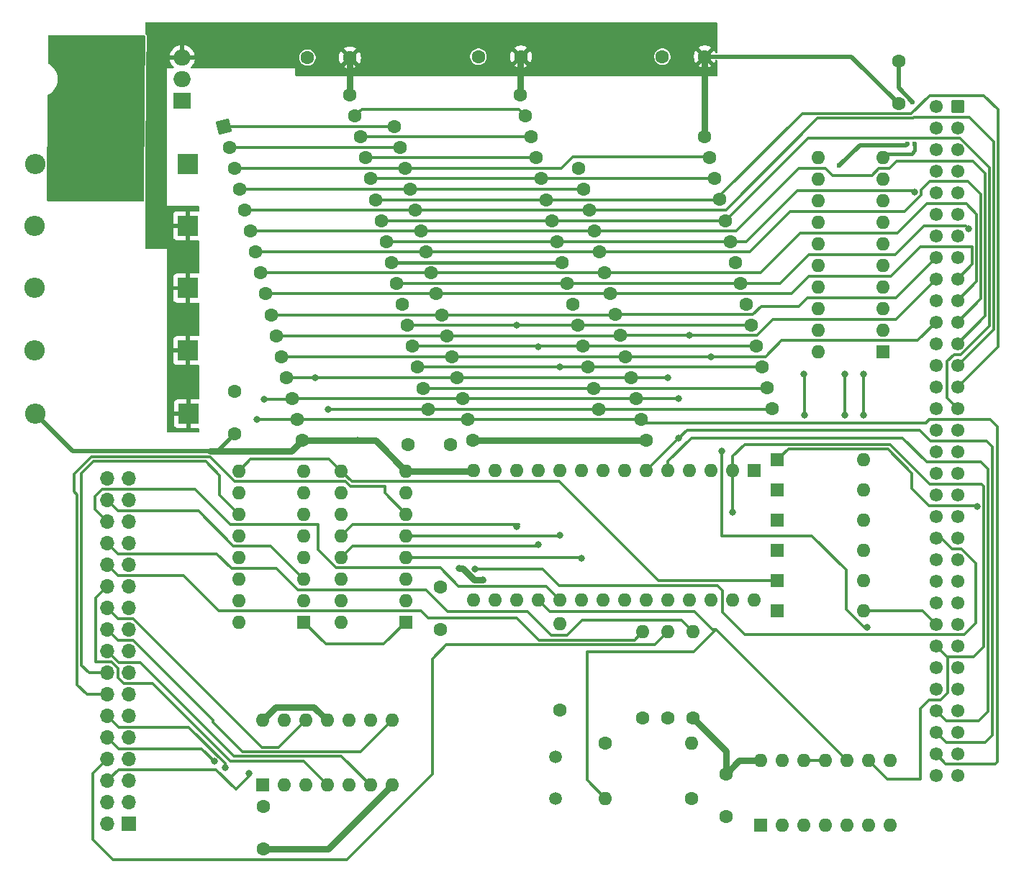
<source format=gbr>
%TF.GenerationSoftware,KiCad,Pcbnew,9.0.0*%
%TF.CreationDate,2025-03-11T15:51:22-04:00*%
%TF.ProjectId,BidenCard,42696465-6e43-4617-9264-2e6b69636164,rev?*%
%TF.SameCoordinates,Original*%
%TF.FileFunction,Copper,L2,Bot*%
%TF.FilePolarity,Positive*%
%FSLAX46Y46*%
G04 Gerber Fmt 4.6, Leading zero omitted, Abs format (unit mm)*
G04 Created by KiCad (PCBNEW 9.0.0) date 2025-03-11 15:51:22*
%MOMM*%
%LPD*%
G01*
G04 APERTURE LIST*
G04 Aperture macros list*
%AMRoundRect*
0 Rectangle with rounded corners*
0 $1 Rounding radius*
0 $2 $3 $4 $5 $6 $7 $8 $9 X,Y pos of 4 corners*
0 Add a 4 corners polygon primitive as box body*
4,1,4,$2,$3,$4,$5,$6,$7,$8,$9,$2,$3,0*
0 Add four circle primitives for the rounded corners*
1,1,$1+$1,$2,$3*
1,1,$1+$1,$4,$5*
1,1,$1+$1,$6,$7*
1,1,$1+$1,$8,$9*
0 Add four rect primitives between the rounded corners*
20,1,$1+$1,$2,$3,$4,$5,0*
20,1,$1+$1,$4,$5,$6,$7,0*
20,1,$1+$1,$6,$7,$8,$9,0*
20,1,$1+$1,$8,$9,$2,$3,0*%
%AMHorizOval*
0 Thick line with rounded ends*
0 $1 width*
0 $2 $3 position (X,Y) of the first rounded end (center of the circle)*
0 $4 $5 position (X,Y) of the second rounded end (center of the circle)*
0 Add line between two ends*
20,1,$1,$2,$3,$4,$5,0*
0 Add two circle primitives to create the rounded ends*
1,1,$1,$2,$3*
1,1,$1,$4,$5*%
%AMRotRect*
0 Rectangle, with rotation*
0 The origin of the aperture is its center*
0 $1 length*
0 $2 width*
0 $3 Rotation angle, in degrees counterclockwise*
0 Add horizontal line*
21,1,$1,$2,0,0,$3*%
G04 Aperture macros list end*
%TA.AperFunction,ComponentPad*%
%ADD10R,1.600000X1.600000*%
%TD*%
%TA.AperFunction,ComponentPad*%
%ADD11O,1.600000X1.600000*%
%TD*%
%TA.AperFunction,ComponentPad*%
%ADD12C,1.600000*%
%TD*%
%TA.AperFunction,ComponentPad*%
%ADD13HorizOval,1.600000X0.000000X0.000000X0.000000X0.000000X0*%
%TD*%
%TA.AperFunction,ComponentPad*%
%ADD14C,1.500000*%
%TD*%
%TA.AperFunction,ComponentPad*%
%ADD15R,2.400000X2.400000*%
%TD*%
%TA.AperFunction,ComponentPad*%
%ADD16O,2.400000X2.400000*%
%TD*%
%TA.AperFunction,ComponentPad*%
%ADD17R,1.700000X1.700000*%
%TD*%
%TA.AperFunction,ComponentPad*%
%ADD18O,1.700000X1.700000*%
%TD*%
%TA.AperFunction,ComponentPad*%
%ADD19RoundRect,0.249999X-0.525001X0.525001X-0.525001X-0.525001X0.525001X-0.525001X0.525001X0.525001X0*%
%TD*%
%TA.AperFunction,ComponentPad*%
%ADD20C,1.550000*%
%TD*%
%TA.AperFunction,ComponentPad*%
%ADD21RotRect,1.600000X1.600000X14.000000*%
%TD*%
%TA.AperFunction,ComponentPad*%
%ADD22R,2.000000X1.905000*%
%TD*%
%TA.AperFunction,ComponentPad*%
%ADD23O,2.000000X1.905000*%
%TD*%
%TA.AperFunction,ViaPad*%
%ADD24C,0.600000*%
%TD*%
%TA.AperFunction,ViaPad*%
%ADD25C,0.800000*%
%TD*%
%TA.AperFunction,Conductor*%
%ADD26C,0.750000*%
%TD*%
%TA.AperFunction,Conductor*%
%ADD27C,0.500000*%
%TD*%
%TA.AperFunction,Conductor*%
%ADD28C,0.440000*%
%TD*%
%TA.AperFunction,Conductor*%
%ADD29C,0.450000*%
%TD*%
%TA.AperFunction,Conductor*%
%ADD30C,0.350000*%
%TD*%
G04 APERTURE END LIST*
D10*
%TO.P,D1,1,K*%
%TO.N,/DSMC*%
X163271200Y-94721200D03*
D11*
%TO.P,D1,2,A*%
%TO.N,Net-(D1-A)*%
X173431200Y-94721200D03*
%TD*%
D12*
%TO.P,R7,1*%
%TO.N,+5V*%
X150368000Y-125095000D03*
D11*
%TO.P,R7,2*%
%TO.N,/FDC_IP*%
X150368000Y-114935000D03*
%TD*%
D10*
%TO.P,D3,1,K*%
%TO.N,/SRAM_CS2*%
X163271200Y-101821200D03*
D11*
%TO.P,D3,2,A*%
%TO.N,/DTACKL*%
X173431200Y-101821200D03*
%TD*%
D12*
%TO.P,R6,1*%
%TO.N,Net-(R6-Pad1)*%
X143002000Y-128016000D03*
D11*
%TO.P,R6,2*%
%TO.N,Net-(R5-Pad1)*%
X153162000Y-128016000D03*
%TD*%
D12*
%TO.P,R5,1*%
%TO.N,Net-(R5-Pad1)*%
X153162000Y-134518400D03*
D11*
%TO.P,R5,2*%
%TO.N,/CLK*%
X143002000Y-134518400D03*
%TD*%
D12*
%TO.P,U4,1,A18*%
%TO.N,/A18*%
X118244083Y-55445721D03*
D13*
%TO.P,U4,2,A16*%
%TO.N,/A16*%
X118858565Y-57910272D03*
%TO.P,U4,3,A14*%
%TO.N,/A14*%
X119473046Y-60374823D03*
%TO.P,U4,4,A12*%
%TO.N,/A12*%
X120087528Y-62839374D03*
%TO.P,U4,5,A7*%
%TO.N,/A7*%
X120702008Y-65303926D03*
%TO.P,U4,6,A6*%
%TO.N,/A6*%
X121316491Y-67768477D03*
%TO.P,U4,7,A5*%
%TO.N,/A5*%
X121930973Y-70233028D03*
%TO.P,U4,8,A4*%
%TO.N,/A4*%
X122545454Y-72697579D03*
%TO.P,U4,9,A3*%
%TO.N,/A3*%
X123159936Y-75162130D03*
%TO.P,U4,10,A2*%
%TO.N,/A2*%
X123774419Y-77626681D03*
%TO.P,U4,11,A1*%
%TO.N,/A1*%
X124388899Y-80091232D03*
%TO.P,U4,12,A0*%
%TO.N,/A0*%
X125003381Y-82555784D03*
%TO.P,U4,13,DQ0*%
%TO.N,/D0*%
X125617862Y-85020335D03*
%TO.P,U4,14,DQ1*%
%TO.N,/D1*%
X126232344Y-87484886D03*
%TO.P,U4,15,DQ2*%
%TO.N,/D2*%
X126846826Y-89949437D03*
%TO.P,U4,16,VSS*%
%TO.N,GND*%
X127461307Y-92413988D03*
%TO.P,U4,17,DQ3*%
%TO.N,/D3*%
X142248614Y-88727098D03*
%TO.P,U4,18,DQ4*%
%TO.N,/D4*%
X141634132Y-86262547D03*
%TO.P,U4,19,DQ5*%
%TO.N,/D5*%
X141019651Y-83797996D03*
%TO.P,U4,20,DQ6*%
%TO.N,/D6*%
X140405169Y-81333445D03*
%TO.P,U4,21,DQ7*%
%TO.N,/D7*%
X139790688Y-78868894D03*
%TO.P,U4,22,CE#*%
%TO.N,/SRAM_CS2*%
X139176206Y-76404343D03*
%TO.P,U4,23,A10*%
%TO.N,/A10*%
X138561724Y-73939792D03*
%TO.P,U4,24,OE#*%
%TO.N,GND*%
X137947243Y-71475240D03*
%TO.P,U4,25,A11*%
%TO.N,/A11*%
X137332761Y-69010689D03*
%TO.P,U4,26,A9*%
%TO.N,/A9*%
X136718280Y-66546138D03*
%TO.P,U4,27,A8*%
%TO.N,/A8*%
X136103798Y-64081587D03*
%TO.P,U4,28,A13*%
%TO.N,/A13*%
X135489316Y-61617036D03*
%TO.P,U4,29,WE#*%
%TO.N,/RW*%
X134874835Y-59152485D03*
%TO.P,U4,30,A17*%
%TO.N,/A17*%
X134260353Y-56687934D03*
%TO.P,U4,31,A15*%
%TO.N,/A15*%
X133645871Y-54223381D03*
%TO.P,U4,32,VCC*%
%TO.N,+5V*%
X133031390Y-51758831D03*
%TD*%
D10*
%TO.P,U13,1,~{CS}*%
%TO.N,/FDCON_CS*%
X160568800Y-95956200D03*
D11*
%TO.P,U13,2,R/~{W}*%
%TO.N,/RW*%
X158028800Y-95956200D03*
%TO.P,U13,3,A0*%
%TO.N,/A0*%
X155488800Y-95956200D03*
%TO.P,U13,4,A1*%
%TO.N,/A1*%
X152948800Y-95956200D03*
%TO.P,U13,5,DI0*%
%TO.N,/D0*%
X150408800Y-95956200D03*
%TO.P,U13,6,DI1*%
%TO.N,/D1*%
X147868800Y-95956200D03*
%TO.P,U13,7,DI2*%
%TO.N,/D2*%
X145328800Y-95956200D03*
%TO.P,U13,8,DI3*%
%TO.N,/D3*%
X142788800Y-95956200D03*
%TO.P,U13,9,DI4*%
%TO.N,/D4*%
X140248800Y-95956200D03*
%TO.P,U13,10,DI5*%
%TO.N,/D5*%
X137708800Y-95956200D03*
%TO.P,U13,11,DI6*%
%TO.N,/D6*%
X135168800Y-95956200D03*
%TO.P,U13,12,DI7*%
%TO.N,/D7*%
X132628800Y-95956200D03*
%TO.P,U13,13,~{MR}*%
%TO.N,/RESET*%
X130088800Y-95956200D03*
%TO.P,U13,14,GND*%
%TO.N,GND*%
X127548800Y-95956200D03*
%TO.P,U13,15,VCC*%
%TO.N,+5V*%
X127548800Y-111196200D03*
%TO.P,U13,16,STEP*%
%TO.N,/FDC_STEP*%
X130088800Y-111196200D03*
%TO.P,U13,17,DIRC*%
%TO.N,/FDC_DIR*%
X132628800Y-111196200D03*
%TO.P,U13,18,CLK*%
%TO.N,/CLK*%
X135168800Y-111196200D03*
%TO.P,U13,19,~{RD}*%
%TO.N,/FDC_RD*%
X137708800Y-111196200D03*
%TO.P,U13,20,MOTOR*%
%TO.N,unconnected-(U13-MOTOR-Pad20)*%
X140248800Y-111196200D03*
%TO.P,U13,21,WG*%
%TO.N,/FDC_WG*%
X142788800Y-111196200D03*
%TO.P,U13,22,WD*%
%TO.N,/FDC_WD*%
X145328800Y-111196200D03*
%TO.P,U13,23,~{TR00}*%
%TO.N,/FDC_T0*%
X147868800Y-111196200D03*
%TO.P,U13,24,~{IP}*%
%TO.N,/FDC_IP*%
X150408800Y-111196200D03*
%TO.P,U13,25,~{WPRT}*%
%TO.N,/FDC_WPRT*%
X152948800Y-111196200D03*
%TO.P,U13,26,~{DDEN}*%
%TO.N,GND*%
X155488800Y-111196200D03*
%TO.P,U13,27,DRQ*%
%TO.N,unconnected-(U13-DRQ-Pad27)*%
X158028800Y-111196200D03*
%TO.P,U13,28,INTRQ*%
%TO.N,unconnected-(U13-INTRQ-Pad28)*%
X160568800Y-111196200D03*
%TD*%
D10*
%TO.P,D7,1,K*%
%TO.N,/CS175*%
X163271200Y-108921200D03*
D11*
%TO.P,D7,2,A*%
%TO.N,/DTACKL*%
X173431200Y-108921200D03*
%TD*%
D10*
%TO.P,U1,1,I1/CLK*%
%TO.N,/DS*%
X175707200Y-81986200D03*
D11*
%TO.P,U1,2,I2*%
%TO.N,/A19*%
X175707200Y-79446200D03*
%TO.P,U1,3,I3*%
%TO.N,/A18*%
X175707200Y-76906200D03*
%TO.P,U1,4,I4*%
%TO.N,/A17*%
X175707200Y-74366200D03*
%TO.P,U1,5,I5*%
%TO.N,/A16*%
X175707200Y-71826200D03*
%TO.P,U1,6,I6*%
%TO.N,/A15*%
X175707200Y-69286200D03*
%TO.P,U1,7,I7*%
%TO.N,/RESET*%
X175707200Y-66746200D03*
%TO.P,U1,8,I8*%
%TO.N,/A14*%
X175707200Y-64206200D03*
%TO.P,U1,9,I9*%
%TO.N,/A13*%
X175707200Y-61666200D03*
%TO.P,U1,10,GND*%
%TO.N,GND*%
X175707200Y-59126200D03*
%TO.P,U1,11,I10/~{OE}*%
%TO.N,unconnected-(U1-I10{slash}~{OE}-Pad11)*%
X168087200Y-59126200D03*
%TO.P,U1,12,IO8*%
%TO.N,Net-(D1-A)*%
X168087200Y-61666200D03*
%TO.P,U1,13,IO7*%
%TO.N,unconnected-(U1-IO7-Pad13)*%
X168087200Y-64206200D03*
%TO.P,U1,14,IO6*%
%TO.N,/SRAM_CS1*%
X168087200Y-66746200D03*
%TO.P,U1,15,IO5*%
%TO.N,/SRAM_CS2*%
X168087200Y-69286200D03*
%TO.P,U1,16,IO4*%
%TO.N,unconnected-(U1-IO4-Pad16)*%
X168087200Y-71826200D03*
%TO.P,U1,17,I03*%
%TO.N,/FDCON_CS*%
X168087200Y-74366200D03*
%TO.P,U1,18,IO2*%
%TO.N,/CS175*%
X168087200Y-76906200D03*
%TO.P,U1,19,IO1*%
%TO.N,/ROM_CE*%
X168087200Y-79446200D03*
%TO.P,U1,20,VCC*%
%TO.N,+5V*%
X168087200Y-81986200D03*
%TD*%
D12*
%TO.P,C19,1*%
%TO.N,GND*%
X102819200Y-140472800D03*
%TO.P,C19,2*%
%TO.N,+5V*%
X102819200Y-135472800D03*
%TD*%
D10*
%TO.P,D8,1,K*%
%TO.N,/ROM_CE*%
X163271200Y-112471200D03*
D11*
%TO.P,D8,2,A*%
%TO.N,/DTACKL*%
X173431200Y-112471200D03*
%TD*%
D14*
%TO.P,Y1,1,1*%
%TO.N,/CLK*%
X137210800Y-134530000D03*
%TO.P,Y1,2,2*%
%TO.N,Net-(R6-Pad1)*%
X137210800Y-129630000D03*
%TD*%
D12*
%TO.P,C22,1*%
%TO.N,+5V*%
X157226000Y-131662800D03*
%TO.P,C22,2*%
%TO.N,GND*%
X157226000Y-136662800D03*
%TD*%
%TO.P,R10,1*%
%TO.N,+5V*%
X147421600Y-125095000D03*
D11*
%TO.P,R10,2*%
%TO.N,/FDC_T0*%
X147421600Y-114935000D03*
%TD*%
D10*
%TO.P,D6,1,K*%
%TO.N,/FDCON_CS*%
X163271200Y-105371200D03*
D11*
%TO.P,D6,2,A*%
%TO.N,/DTACKL*%
X173431200Y-105371200D03*
%TD*%
D15*
%TO.P,C24,1*%
%TO.N,+5V*%
X93886800Y-67151700D03*
D16*
%TO.P,C24,2*%
%TO.N,GND*%
X75886800Y-67151700D03*
%TD*%
D12*
%TO.P,C1,1*%
%TO.N,+5V*%
X154747600Y-47244000D03*
%TO.P,C1,2*%
%TO.N,GND*%
X149747600Y-47244000D03*
%TD*%
D10*
%TO.P,D2,1,K*%
%TO.N,/SRAM_CS1*%
X163271200Y-98271200D03*
D11*
%TO.P,D2,2,A*%
%TO.N,/DTACKL*%
X173431200Y-98271200D03*
%TD*%
D15*
%TO.P,C23,1*%
%TO.N,+5V*%
X93886800Y-74486700D03*
D16*
%TO.P,C23,2*%
%TO.N,GND*%
X75886800Y-74486700D03*
%TD*%
D17*
%TO.P,J2,1,Pin_1*%
%TO.N,GND*%
X86995000Y-137541000D03*
D18*
%TO.P,J2,2,Pin_2*%
%TO.N,unconnected-(J2-Pin_2-Pad2)*%
X84455000Y-137541000D03*
%TO.P,J2,3,Pin_3*%
%TO.N,GND*%
X86995000Y-135001000D03*
%TO.P,J2,4,Pin_4*%
%TO.N,unconnected-(J2-Pin_4-Pad4)*%
X84455000Y-135001000D03*
%TO.P,J2,5,Pin_5*%
%TO.N,GND*%
X86995000Y-132461000D03*
%TO.P,J2,6,Pin_6*%
%TO.N,/DS3*%
X84455000Y-132461000D03*
%TO.P,J2,7,Pin_7*%
%TO.N,GND*%
X86995000Y-129921000D03*
%TO.P,J2,8,Pin_8*%
%TO.N,/FDC_IP*%
X84455000Y-129921000D03*
%TO.P,J2,9,Pin_9*%
%TO.N,GND*%
X86995000Y-127381000D03*
%TO.P,J2,10,Pin_10*%
%TO.N,/DS0*%
X84455000Y-127381000D03*
%TO.P,J2,11,Pin_11*%
%TO.N,GND*%
X86995000Y-124841000D03*
%TO.P,J2,12,Pin_12*%
%TO.N,/DS1*%
X84455000Y-124841000D03*
%TO.P,J2,13,Pin_13*%
%TO.N,GND*%
X86995000Y-122301000D03*
%TO.P,J2,14,Pin_14*%
%TO.N,/DS2*%
X84455000Y-122301000D03*
%TO.P,J2,15,Pin_15*%
%TO.N,GND*%
X86995000Y-119761000D03*
%TO.P,J2,16,Pin_16*%
%TO.N,/MOTOR_ON*%
X84455000Y-119761000D03*
%TO.P,J2,17,Pin_17*%
%TO.N,GND*%
X86995000Y-117221000D03*
%TO.P,J2,18,Pin_18*%
%TO.N,/DIR*%
X84455000Y-117221000D03*
%TO.P,J2,19,Pin_19*%
%TO.N,GND*%
X86995000Y-114681000D03*
%TO.P,J2,20,Pin_20*%
%TO.N,/STEP*%
X84455000Y-114681000D03*
%TO.P,J2,21,Pin_21*%
%TO.N,GND*%
X86995000Y-112141000D03*
%TO.P,J2,22,Pin_22*%
%TO.N,/DATA_WR*%
X84455000Y-112141000D03*
%TO.P,J2,23,Pin_23*%
%TO.N,GND*%
X86995000Y-109601000D03*
%TO.P,J2,24,Pin_24*%
%TO.N,/GATE_WR*%
X84455000Y-109601000D03*
%TO.P,J2,25,Pin_25*%
%TO.N,GND*%
X86995000Y-107061000D03*
%TO.P,J2,26,Pin_26*%
%TO.N,/FDC_T0*%
X84455000Y-107061000D03*
%TO.P,J2,27,Pin_27*%
%TO.N,GND*%
X86995000Y-104521000D03*
%TO.P,J2,28,Pin_28*%
%TO.N,/FDC_WPRT*%
X84455000Y-104521000D03*
%TO.P,J2,29,Pin_29*%
%TO.N,GND*%
X86995000Y-101981000D03*
%TO.P,J2,30,Pin_30*%
%TO.N,/FDC_RD*%
X84455000Y-101981000D03*
%TO.P,J2,31,Pin_31*%
%TO.N,GND*%
X86995000Y-99441000D03*
%TO.P,J2,32,Pin_32*%
%TO.N,/HEAD*%
X84455000Y-99441000D03*
%TO.P,J2,33,Pin_33*%
%TO.N,GND*%
X86995000Y-96901000D03*
%TO.P,J2,34,Pin_34*%
%TO.N,unconnected-(J2-Pin_34-Pad34)*%
X84455000Y-96901000D03*
%TD*%
D10*
%TO.P,U16,1,~{Mr}*%
%TO.N,/RESET*%
X119573200Y-113777000D03*
D11*
%TO.P,U16,2,Q0*%
%TO.N,unconnected-(U16-Q0-Pad2)*%
X119573200Y-111237000D03*
%TO.P,U16,3,~{Q0}*%
%TO.N,/DS3*%
X119573200Y-108697000D03*
%TO.P,U16,4,D0*%
%TO.N,/D4*%
X119573200Y-106157000D03*
%TO.P,U16,5,D1*%
%TO.N,/D5*%
X119573200Y-103617000D03*
%TO.P,U16,6,~{Q1}*%
%TO.N,/DS2*%
X119573200Y-101077000D03*
%TO.P,U16,7,Q1*%
%TO.N,unconnected-(U16-Q1-Pad7)*%
X119573200Y-98537000D03*
%TO.P,U16,8,GND*%
%TO.N,GND*%
X119573200Y-95997000D03*
%TO.P,U16,9,Cp*%
%TO.N,/CS175*%
X111953200Y-95997000D03*
%TO.P,U16,10,Q2*%
%TO.N,unconnected-(U16-Q2-Pad10)*%
X111953200Y-98537000D03*
%TO.P,U16,11,~{Q2}*%
%TO.N,unconnected-(U16-~{Q2}-Pad11)*%
X111953200Y-101077000D03*
%TO.P,U16,12,D2*%
%TO.N,/D7*%
X111953200Y-103617000D03*
%TO.P,U16,13,D3*%
%TO.N,/D6*%
X111953200Y-106157000D03*
%TO.P,U16,14,~{Q3}*%
%TO.N,unconnected-(U16-~{Q3}-Pad14)*%
X111953200Y-108697000D03*
%TO.P,U16,15,Q3*%
%TO.N,unconnected-(U16-Q3-Pad15)*%
X111953200Y-111237000D03*
%TO.P,U16,16,VCC*%
%TO.N,+5V*%
X111953200Y-113777000D03*
%TD*%
D12*
%TO.P,R8,1*%
%TO.N,+5V*%
X137718800Y-124155200D03*
D11*
%TO.P,R8,2*%
%TO.N,/FDC_RD*%
X137718800Y-113995200D03*
%TD*%
D12*
%TO.P,C18,1*%
%TO.N,+5V*%
X123647200Y-114666400D03*
%TO.P,C18,2*%
%TO.N,GND*%
X123647200Y-109666400D03*
%TD*%
D15*
%TO.P,C14,1*%
%TO.N,+9V*%
X93937600Y-59856300D03*
D16*
%TO.P,C14,2*%
%TO.N,GND*%
X75937600Y-59856300D03*
%TD*%
D12*
%TO.P,C10,1*%
%TO.N,GND*%
X128106800Y-47244000D03*
%TO.P,C10,2*%
%TO.N,+5V*%
X133106800Y-47244000D03*
%TD*%
D19*
%TO.P,J1,a1,Vin*%
%TO.N,+9V*%
X184481476Y-53092074D03*
D20*
%TO.P,J1,a2,-12V*%
%TO.N,unconnected-(J1--12V-Pada2)*%
X184481476Y-55632074D03*
%TO.P,J1,a3,+12V*%
%TO.N,unconnected-(J1-+12V-Pada3)*%
X184481476Y-58172074D03*
%TO.P,J1,a4,SP0*%
%TO.N,/SP0*%
X184481476Y-60712074D03*
%TO.P,J1,a5,SP1*%
%TO.N,/SP1*%
X184481476Y-63252074D03*
%TO.P,J1,a6,~{DSMC}*%
%TO.N,/DSMC*%
X184481476Y-65792074D03*
%TO.P,J1,a7,SP2*%
%TO.N,/SP2*%
X184481476Y-68332074D03*
%TO.P,J1,a8,~{DBG}*%
%TO.N,unconnected-(J1-~{DBG}-Pada8)*%
X184481476Y-70872074D03*
%TO.P,J1,a9,A3*%
%TO.N,/A3*%
X184481476Y-73412074D03*
%TO.P,J1,a10,A4*%
%TO.N,/A4*%
X184481476Y-75952074D03*
%TO.P,J1,a11,A5*%
%TO.N,/A5*%
X184481476Y-78492074D03*
%TO.P,J1,a12,A6*%
%TO.N,/A6*%
X184481476Y-81032074D03*
%TO.P,J1,a13,A7*%
%TO.N,/A7*%
X184481476Y-83572074D03*
%TO.P,J1,a14,A8*%
%TO.N,/A8*%
X184481476Y-86112074D03*
%TO.P,J1,a15,A9*%
%TO.N,/A9*%
X184481476Y-88652074D03*
%TO.P,J1,a16,A10*%
%TO.N,/A10*%
X184481476Y-91192074D03*
%TO.P,J1,a17,A11*%
%TO.N,/A11*%
X184481476Y-93732074D03*
%TO.P,J1,a18,A12*%
%TO.N,/A12*%
X184481476Y-96272074D03*
%TO.P,J1,a19,A13*%
%TO.N,/A13*%
X184481476Y-98812074D03*
%TO.P,J1,a20,A14*%
%TO.N,/A14*%
X184481476Y-101352074D03*
%TO.P,J1,a21,RED*%
%TO.N,unconnected-(J1-RED-Pada21)*%
X184481476Y-103892074D03*
%TO.P,J1,a22,CLKCPU*%
%TO.N,unconnected-(J1-CLKCPU-Pada22)*%
X184481476Y-106432074D03*
%TO.P,J1,a23,A16*%
%TO.N,/A16*%
X184481476Y-108972074D03*
%TO.P,J1,a24,A17*%
%TO.N,/A17*%
X184481476Y-111512074D03*
%TO.P,J1,a25,A18*%
%TO.N,/A18*%
X184481476Y-114052074D03*
%TO.P,J1,a26,A19*%
%TO.N,/A19*%
X184481476Y-116592074D03*
%TO.P,J1,a27,D7*%
%TO.N,/D7*%
X184481476Y-119132074D03*
%TO.P,J1,a28,D6*%
%TO.N,/D6*%
X184481476Y-121672074D03*
%TO.P,J1,a29,D5*%
%TO.N,/D5*%
X184481476Y-124212074D03*
%TO.P,J1,a30,D4*%
%TO.N,/D4*%
X184481476Y-126752074D03*
%TO.P,J1,a31,D3*%
%TO.N,/D3*%
X184481476Y-129292074D03*
%TO.P,J1,a32,GND*%
%TO.N,GND*%
X184481476Y-131832074D03*
%TO.P,J1,b1,Vin*%
%TO.N,+9V*%
X181941476Y-53092074D03*
%TO.P,J1,b2,Vin*%
X181941476Y-55632074D03*
%TO.P,J1,b3,~{EXTINT}*%
%TO.N,/EXTINTL*%
X181941476Y-58172074D03*
%TO.P,J1,b4,~{IPL1}*%
%TO.N,unconnected-(J1-~{IPL1}-Padb4)*%
X181941476Y-60712074D03*
%TO.P,J1,b5,~{BERR}*%
%TO.N,unconnected-(J1-~{BERR}-Padb5)*%
X181941476Y-63252074D03*
%TO.P,J1,b6,~{IPLO}*%
%TO.N,unconnected-(J1-~{IPLO}-Padb6)*%
X181941476Y-65792074D03*
%TO.P,J1,b7,SP3*%
%TO.N,/SP3*%
X181941476Y-68332074D03*
%TO.P,J1,b8,A2*%
%TO.N,/A2*%
X181941476Y-70872074D03*
%TO.P,J1,b9,G9*%
%TO.N,/A1*%
X181941476Y-73412074D03*
%TO.P,J1,b10,ROMOEH*%
%TO.N,unconnected-(J1-ROMOEH-Padb10)*%
X181941476Y-75952074D03*
%TO.P,J1,b11,A0*%
%TO.N,/A0*%
X181941476Y-78492074D03*
%TO.P,J1,b12,FC0*%
%TO.N,unconnected-(J1-FC0-Padb12)*%
X181941476Y-81032074D03*
%TO.P,J1,b13,FC1*%
%TO.N,unconnected-(J1-FC1-Padb13)*%
X181941476Y-83572074D03*
%TO.P,J1,b14,FC2*%
%TO.N,unconnected-(J1-FC2-Padb14)*%
X181941476Y-86112074D03*
%TO.P,J1,b15,BLUE*%
%TO.N,unconnected-(J1-BLUE-Padb15)*%
X181941476Y-88652074D03*
%TO.P,J1,b16,GREEN*%
%TO.N,unconnected-(J1-GREEN-Padb16)*%
X181941476Y-91192074D03*
%TO.P,J1,b17,~{VPA}*%
%TO.N,/VPA*%
X181941476Y-93732074D03*
%TO.P,J1,b18,VSYNCH*%
%TO.N,unconnected-(J1-VSYNCH-Padb18)*%
X181941476Y-96272074D03*
%TO.P,J1,b19,E*%
%TO.N,/E*%
X181941476Y-98812074D03*
%TO.P,J1,b20,~{CSYNC}*%
%TO.N,unconnected-(J1-~{CSYNC}-Padb20)*%
X181941476Y-101352074D03*
%TO.P,J1,b21,~{RESETCPU}*%
%TO.N,/RESET*%
X181941476Y-103892074D03*
%TO.P,J1,b22,A15*%
%TO.N,/A15*%
X181941476Y-106432074D03*
%TO.P,J1,b23,~{BR}*%
%TO.N,unconnected-(J1-~{BR}-Padb23)*%
X181941476Y-108972074D03*
%TO.P,J1,b24,~{BG}*%
%TO.N,unconnected-(J1-~{BG}-Padb24)*%
X181941476Y-111512074D03*
%TO.P,J1,b25,~{DTACK}*%
%TO.N,/DTACKL*%
X181941476Y-114052074D03*
%TO.P,J1,b26,~{DRW}*%
%TO.N,/RW*%
X181941476Y-116592074D03*
%TO.P,J1,b27,~{DS}*%
%TO.N,/DS*%
X181941476Y-119132074D03*
%TO.P,J1,b28,~{AS}*%
%TO.N,unconnected-(J1-~{AS}-Padb28)*%
X181941476Y-121672074D03*
%TO.P,J1,b29,D0*%
%TO.N,/D0*%
X181941476Y-124212074D03*
%TO.P,J1,b30,D1*%
%TO.N,/D1*%
X181941476Y-126752074D03*
%TO.P,J1,b31,D2*%
%TO.N,/D2*%
X181941476Y-129292074D03*
%TO.P,J1,b32,GND*%
%TO.N,GND*%
X181941476Y-131832074D03*
%TD*%
D12*
%TO.P,C21,1*%
%TO.N,GND*%
X124801000Y-92862400D03*
%TO.P,C21,2*%
%TO.N,+5V*%
X119801000Y-92862400D03*
%TD*%
%TO.P,C12,1*%
%TO.N,+5V*%
X112990000Y-47345600D03*
%TO.P,C12,2*%
%TO.N,GND*%
X107990000Y-47345600D03*
%TD*%
D15*
%TO.P,C25,1*%
%TO.N,+5V*%
X93988400Y-89269500D03*
D16*
%TO.P,C25,2*%
%TO.N,GND*%
X75988400Y-89269500D03*
%TD*%
D12*
%TO.P,C17,1*%
%TO.N,+5V*%
X99441000Y-86654000D03*
%TO.P,C17,2*%
%TO.N,GND*%
X99441000Y-91654000D03*
%TD*%
%TO.P,R9,1*%
%TO.N,+5V*%
X153365200Y-125095000D03*
D11*
%TO.P,R9,2*%
%TO.N,/FDC_WPRT*%
X153365200Y-114935000D03*
%TD*%
D21*
%TO.P,U2,1,A18*%
%TO.N,/A18*%
X98178083Y-55445721D03*
D13*
%TO.P,U2,2,A16*%
%TO.N,/A16*%
X98792565Y-57910272D03*
%TO.P,U2,3,A14*%
%TO.N,/A14*%
X99407046Y-60374823D03*
%TO.P,U2,4,A12*%
%TO.N,/A12*%
X100021528Y-62839374D03*
%TO.P,U2,5,A7*%
%TO.N,/A7*%
X100636008Y-65303926D03*
%TO.P,U2,6,A6*%
%TO.N,/A6*%
X101250491Y-67768477D03*
%TO.P,U2,7,A5*%
%TO.N,/A5*%
X101864973Y-70233028D03*
%TO.P,U2,8,A4*%
%TO.N,/A4*%
X102479454Y-72697579D03*
%TO.P,U2,9,A3*%
%TO.N,/A3*%
X103093936Y-75162130D03*
%TO.P,U2,10,A2*%
%TO.N,/A2*%
X103708419Y-77626681D03*
%TO.P,U2,11,A1*%
%TO.N,/A1*%
X104322899Y-80091232D03*
%TO.P,U2,12,A0*%
%TO.N,/A0*%
X104937381Y-82555784D03*
%TO.P,U2,13,DQ0*%
%TO.N,/D0*%
X105551862Y-85020335D03*
%TO.P,U2,14,DQ1*%
%TO.N,/D1*%
X106166344Y-87484886D03*
%TO.P,U2,15,DQ2*%
%TO.N,/D2*%
X106780826Y-89949437D03*
%TO.P,U2,16,VSS*%
%TO.N,GND*%
X107395307Y-92413988D03*
%TO.P,U2,17,DQ3*%
%TO.N,/D3*%
X122182614Y-88727098D03*
%TO.P,U2,18,DQ4*%
%TO.N,/D4*%
X121568132Y-86262547D03*
%TO.P,U2,19,DQ5*%
%TO.N,/D5*%
X120953651Y-83797996D03*
%TO.P,U2,20,DQ6*%
%TO.N,/D6*%
X120339169Y-81333445D03*
%TO.P,U2,21,DQ7*%
%TO.N,/D7*%
X119724688Y-78868894D03*
%TO.P,U2,22,CE#*%
%TO.N,/SRAM_CS1*%
X119110206Y-76404343D03*
%TO.P,U2,23,A10*%
%TO.N,/A10*%
X118495724Y-73939792D03*
%TO.P,U2,24,OE#*%
%TO.N,GND*%
X117881243Y-71475240D03*
%TO.P,U2,25,A11*%
%TO.N,/A11*%
X117266761Y-69010689D03*
%TO.P,U2,26,A9*%
%TO.N,/A9*%
X116652280Y-66546138D03*
%TO.P,U2,27,A8*%
%TO.N,/A8*%
X116037798Y-64081587D03*
%TO.P,U2,28,A13*%
%TO.N,/A13*%
X115423316Y-61617036D03*
%TO.P,U2,29,WE#*%
%TO.N,/RW*%
X114808835Y-59152485D03*
%TO.P,U2,30,A17*%
%TO.N,/A17*%
X114194353Y-56687934D03*
%TO.P,U2,31,A15*%
%TO.N,/A15*%
X113579871Y-54223381D03*
%TO.P,U2,32,VCC*%
%TO.N,+5V*%
X112965390Y-51758831D03*
%TD*%
D12*
%TO.P,C13,1*%
%TO.N,+5V*%
X177546000Y-52792000D03*
%TO.P,C13,2*%
%TO.N,GND*%
X177546000Y-47792000D03*
%TD*%
D22*
%TO.P,U18,1,VI*%
%TO.N,+9V*%
X93251476Y-52425600D03*
D23*
%TO.P,U18,2,GND*%
%TO.N,GND*%
X93251476Y-49885600D03*
%TO.P,U18,3,VO*%
%TO.N,+5V*%
X93251476Y-47345600D03*
%TD*%
D15*
%TO.P,C16,1*%
%TO.N,+5V*%
X93886800Y-81821700D03*
D16*
%TO.P,C16,2*%
%TO.N,GND*%
X75886800Y-81821700D03*
%TD*%
D10*
%TO.P,U3,1*%
%TO.N,GND*%
X161335800Y-137708800D03*
D11*
%TO.P,U3,2*%
%TO.N,unconnected-(U3-Pad2)*%
X163875800Y-137708800D03*
%TO.P,U3,3*%
%TO.N,GND*%
X166415800Y-137708800D03*
%TO.P,U3,4*%
%TO.N,unconnected-(U3-Pad4)*%
X168955800Y-137708800D03*
%TO.P,U3,5*%
%TO.N,GND*%
X171495800Y-137708800D03*
%TO.P,U3,6*%
%TO.N,unconnected-(U3-Pad6)*%
X174035800Y-137708800D03*
%TO.P,U3,7,GND*%
%TO.N,GND*%
X176575800Y-137708800D03*
%TO.P,U3,8*%
%TO.N,/ROM_OE*%
X176575800Y-130088800D03*
%TO.P,U3,9*%
%TO.N,/RW*%
X174035800Y-130088800D03*
%TO.P,U3,10*%
%TO.N,/CLK*%
X171495800Y-130088800D03*
%TO.P,U3,11*%
%TO.N,Net-(R5-Pad1)*%
X168955800Y-130088800D03*
%TO.P,U3,12*%
X166415800Y-130088800D03*
%TO.P,U3,13*%
%TO.N,Net-(R6-Pad1)*%
X163875800Y-130088800D03*
%TO.P,U3,14,VCC*%
%TO.N,+5V*%
X161335800Y-130088800D03*
%TD*%
D10*
%TO.P,U15,1*%
%TO.N,+5V*%
X102712600Y-132984400D03*
D11*
%TO.P,U15,2*%
%TO.N,unconnected-(U15-Pad2)*%
X105252600Y-132984400D03*
%TO.P,U15,3*%
%TO.N,/FDC_WG*%
X107792600Y-132984400D03*
%TO.P,U15,4*%
%TO.N,/GATE_WR*%
X110332600Y-132984400D03*
%TO.P,U15,5*%
%TO.N,/FDC_DIR*%
X112872600Y-132984400D03*
%TO.P,U15,6*%
%TO.N,/DIR*%
X115412600Y-132984400D03*
%TO.P,U15,7,GND*%
%TO.N,GND*%
X117952600Y-132984400D03*
%TO.P,U15,8*%
%TO.N,/STEP*%
X117952600Y-125364400D03*
%TO.P,U15,9*%
%TO.N,/FDC_STEP*%
X115412600Y-125364400D03*
%TO.P,U15,10*%
%TO.N,unconnected-(U15-Pad10)*%
X112872600Y-125364400D03*
%TO.P,U15,11*%
%TO.N,+5V*%
X110332600Y-125364400D03*
%TO.P,U15,12*%
%TO.N,/DATA_WR*%
X107792600Y-125364400D03*
%TO.P,U15,13*%
%TO.N,/FDC_WD*%
X105252600Y-125364400D03*
%TO.P,U15,14,VCC*%
%TO.N,+5V*%
X102712600Y-125364400D03*
%TD*%
D12*
%TO.P,U14,1,VPP*%
%TO.N,+5V*%
X139892184Y-60358375D03*
D13*
%TO.P,U14,2,A12*%
%TO.N,/A12*%
X140506666Y-62822926D03*
%TO.P,U14,3,A7*%
%TO.N,/A7*%
X141121147Y-65287477D03*
%TO.P,U14,4,A6*%
%TO.N,/A6*%
X141735629Y-67752028D03*
%TO.P,U14,5,A5*%
%TO.N,/A5*%
X142350109Y-70216580D03*
%TO.P,U14,6,A4*%
%TO.N,/A4*%
X142964592Y-72681131D03*
%TO.P,U14,7,A3*%
%TO.N,/A3*%
X143579074Y-75145682D03*
%TO.P,U14,8,A2*%
%TO.N,/A2*%
X144193555Y-77610233D03*
%TO.P,U14,9,A1*%
%TO.N,/A1*%
X144808037Y-80074784D03*
%TO.P,U14,10,A0*%
%TO.N,/A0*%
X145422520Y-82539335D03*
%TO.P,U14,11,D0*%
%TO.N,/D0*%
X146037000Y-85003886D03*
%TO.P,U14,12,D1*%
%TO.N,/D1*%
X146651482Y-87468438D03*
%TO.P,U14,13,D2*%
%TO.N,/D2*%
X147265963Y-89932989D03*
%TO.P,U14,14,GND*%
%TO.N,GND*%
X147880445Y-92397540D03*
%TO.P,U14,15,D3*%
%TO.N,/D3*%
X162667752Y-88710650D03*
%TO.P,U14,16,D4*%
%TO.N,/D4*%
X162053270Y-86246099D03*
%TO.P,U14,17,D5*%
%TO.N,/D5*%
X161438789Y-83781548D03*
%TO.P,U14,18,D6*%
%TO.N,/D6*%
X160824307Y-81316997D03*
%TO.P,U14,19,D7*%
%TO.N,/D7*%
X160209825Y-78852446D03*
%TO.P,U14,20,~{CE}*%
%TO.N,/ROM_CE*%
X159595344Y-76387894D03*
%TO.P,U14,21,A10*%
%TO.N,/A10*%
X158980862Y-73923343D03*
%TO.P,U14,22,~{OE}*%
%TO.N,/ROM_OE*%
X158366381Y-71458792D03*
%TO.P,U14,23,A11*%
%TO.N,/A11*%
X157751899Y-68994241D03*
%TO.P,U14,24,A9*%
%TO.N,/A9*%
X157137417Y-66529690D03*
%TO.P,U14,25,A8*%
%TO.N,/A8*%
X156522936Y-64065139D03*
%TO.P,U14,26,A13*%
%TO.N,/A13*%
X155908454Y-61600588D03*
%TO.P,U14,27,A14*%
%TO.N,/A14*%
X155293972Y-59136035D03*
%TO.P,U14,28,VCC*%
%TO.N,+5V*%
X154679491Y-56671485D03*
%TD*%
D10*
%TO.P,U17,1,~{Mr}*%
%TO.N,/RESET*%
X107533600Y-113777000D03*
D11*
%TO.P,U17,2,Q0*%
%TO.N,unconnected-(U17-Q0-Pad2)*%
X107533600Y-111237000D03*
%TO.P,U17,3,~{Q0}*%
%TO.N,/HEAD*%
X107533600Y-108697000D03*
%TO.P,U17,4,D0*%
%TO.N,/D3*%
X107533600Y-106157000D03*
%TO.P,U17,5,D1*%
%TO.N,/D0*%
X107533600Y-103617000D03*
%TO.P,U17,6,~{Q1}*%
%TO.N,/DS1*%
X107533600Y-101077000D03*
%TO.P,U17,7,Q1*%
%TO.N,unconnected-(U17-Q1-Pad7)*%
X107533600Y-98537000D03*
%TO.P,U17,8,GND*%
%TO.N,GND*%
X107533600Y-95997000D03*
%TO.P,U17,9,Cp*%
%TO.N,/CS175*%
X99913600Y-95997000D03*
%TO.P,U17,10,Q2*%
%TO.N,unconnected-(U17-Q2-Pad10)*%
X99913600Y-98537000D03*
%TO.P,U17,11,~{Q2}*%
%TO.N,/MOTOR_ON*%
X99913600Y-101077000D03*
%TO.P,U17,12,D2*%
%TO.N,/D2*%
X99913600Y-103617000D03*
%TO.P,U17,13,D3*%
%TO.N,/D1*%
X99913600Y-106157000D03*
%TO.P,U17,14,~{Q3}*%
%TO.N,/DS0*%
X99913600Y-108697000D03*
%TO.P,U17,15,Q3*%
%TO.N,unconnected-(U17-Q3-Pad15)*%
X99913600Y-111237000D03*
%TO.P,U17,16,VCC*%
%TO.N,+5V*%
X99913600Y-113777000D03*
%TD*%
D24*
%TO.N,+5V*%
X178545985Y-57554006D03*
X170561000Y-60071000D03*
%TO.N,GND*%
X179451000Y-57531000D03*
D25*
X87122000Y-61468000D03*
X79502000Y-61468000D03*
X79502000Y-46101000D03*
X87122000Y-53721000D03*
X113900000Y-92413988D03*
X82042000Y-46101000D03*
X84582000Y-61468000D03*
X84582000Y-48641000D03*
X82042000Y-56261000D03*
X79502000Y-53721000D03*
X82042000Y-58801000D03*
X84582000Y-58801000D03*
X87122000Y-56261000D03*
X84582000Y-51181000D03*
D24*
X179197000Y-52578000D03*
D25*
X125864300Y-107449300D03*
X84582000Y-46101000D03*
X87122000Y-51181000D03*
X87122000Y-58801000D03*
X79502000Y-51181000D03*
X84582000Y-53721000D03*
X82042000Y-48641000D03*
X82042000Y-51181000D03*
X82042000Y-61468000D03*
X79502000Y-58801000D03*
X87122000Y-48641000D03*
X128651000Y-108839000D03*
X79502000Y-56261000D03*
X87122000Y-46101000D03*
X82042000Y-53721000D03*
X79502000Y-48641000D03*
X84582000Y-56261000D03*
%TO.N,/DSMC*%
X186791600Y-100177600D03*
%TO.N,Net-(D1-A)*%
X173431200Y-89458800D03*
X173431200Y-84582000D03*
%TO.N,/CS175*%
X171196000Y-89458800D03*
X171196000Y-84582000D03*
%TO.N,/ROM_CE*%
X166471600Y-89435650D03*
X166420800Y-84582000D03*
%TO.N,/A10*%
X185775600Y-67462400D03*
%TO.N,/A11*%
X179425600Y-63144400D03*
%TO.N,/D7*%
X132638800Y-78841600D03*
X132638800Y-102514400D03*
%TO.N,/D6*%
X135178800Y-81381600D03*
X135178800Y-104698800D03*
%TO.N,/D5*%
X137718800Y-103581200D03*
X137718800Y-83769200D03*
%TO.N,/D4*%
X140258800Y-106273600D03*
%TO.N,/D3*%
X110439200Y-88747600D03*
%TO.N,/A1*%
X152958800Y-80060800D03*
%TO.N,/A0*%
X155448000Y-82550000D03*
%TO.N,/RESET*%
X127736600Y-107569000D03*
%TO.N,/RW*%
X157988000Y-100838000D03*
%TO.N,/D0*%
X150408800Y-85049200D03*
X108915200Y-85039200D03*
%TO.N,/D1*%
X151638000Y-87477600D03*
X102920800Y-87528400D03*
X151655900Y-92169100D03*
%TO.N,/D2*%
X102006400Y-89916000D03*
%TO.N,/DS3*%
X101092000Y-131572000D03*
%TO.N,/DS0*%
X97023347Y-130179653D03*
%TO.N,/DS1*%
X98298000Y-130937000D03*
%TO.N,/ROM_OE*%
X173837600Y-114427074D03*
X156768800Y-93624400D03*
%TD*%
D26*
%TO.N,+5V*%
X102712600Y-125364400D02*
X104277400Y-123799600D01*
D27*
X154747600Y-47244000D02*
X171998000Y-47244000D01*
D26*
X157226000Y-128955800D02*
X153365200Y-125095000D01*
X158800000Y-130088800D02*
X157226000Y-131662800D01*
X104277400Y-123799600D02*
X108767800Y-123799600D01*
X157226000Y-131662800D02*
X157226000Y-128955800D01*
D27*
X172974000Y-57658000D02*
X170561000Y-60071000D01*
D26*
X108767800Y-123799600D02*
X110332600Y-125364400D01*
X161335800Y-130088800D02*
X158800000Y-130088800D01*
X133031390Y-51758831D02*
X133031390Y-47319410D01*
X112965390Y-51758831D02*
X112965390Y-47370210D01*
X154679491Y-47312109D02*
X154747600Y-47244000D01*
D27*
X178545985Y-57554006D02*
X178441991Y-57658000D01*
X178441991Y-57658000D02*
X172974000Y-57658000D01*
D26*
X154679491Y-56671485D02*
X154679491Y-47312109D01*
X133031390Y-47319410D02*
X133106800Y-47244000D01*
D27*
X171998000Y-47244000D02*
X177546000Y-52792000D01*
D26*
X112965390Y-47370210D02*
X112990000Y-47345600D01*
%TO.N,GND*%
X96570800Y-93664400D02*
X106144895Y-93664400D01*
X117952600Y-132984400D02*
X110464200Y-140472800D01*
D28*
X117881243Y-71475240D02*
X137947243Y-71475240D01*
D26*
X126238000Y-107442000D02*
X125857000Y-107442000D01*
D27*
X96570800Y-93664400D02*
X80383300Y-93664400D01*
D26*
X106144895Y-93664400D02*
X107395307Y-92413988D01*
X127635000Y-108839000D02*
X126238000Y-107442000D01*
D27*
X99441000Y-91654000D02*
X97430600Y-93664400D01*
D26*
X115990188Y-92413988D02*
X119573200Y-95997000D01*
X127477755Y-92397540D02*
X127461307Y-92413988D01*
X110464200Y-140472800D02*
X102819200Y-140472800D01*
D29*
X179451000Y-58293000D02*
X179451000Y-57531000D01*
D27*
X97430600Y-93664400D02*
X96570800Y-93664400D01*
D29*
X175707200Y-59126200D02*
X176159400Y-58674000D01*
X179070000Y-58674000D02*
X179451000Y-58293000D01*
D27*
X179197000Y-52578000D02*
X177546000Y-50927000D01*
X177546000Y-50927000D02*
X177546000Y-47792000D01*
D26*
X113900000Y-92413988D02*
X115990188Y-92413988D01*
X119573200Y-95997000D02*
X127508000Y-95997000D01*
X147880445Y-92397540D02*
X127477755Y-92397540D01*
X125857000Y-107442000D02*
X125864300Y-107449300D01*
X107395307Y-92413988D02*
X113900000Y-92413988D01*
D29*
X176159400Y-58674000D02*
X179070000Y-58674000D01*
D26*
X127508000Y-95997000D02*
X127548800Y-95956200D01*
X128651000Y-108839000D02*
X127635000Y-108839000D01*
D27*
X80383300Y-93664400D02*
X75988400Y-89269500D01*
D30*
%TO.N,/DSMC*%
X186791600Y-100177600D02*
X186690000Y-100076000D01*
X179120800Y-98044000D02*
X179120800Y-96266000D01*
X181152800Y-100076000D02*
X179120800Y-98044000D01*
X186690000Y-100076000D02*
X181152800Y-100076000D01*
X179120800Y-96266000D02*
X176276000Y-93421200D01*
X164571200Y-93421200D02*
X163271200Y-94721200D01*
X176276000Y-93421200D02*
X164571200Y-93421200D01*
%TO.N,Net-(D1-A)*%
X173431200Y-89458800D02*
X173431200Y-84582000D01*
%TO.N,/DTACKL*%
X180360602Y-112471200D02*
X181941476Y-114052074D01*
X173431200Y-112471200D02*
X180360602Y-112471200D01*
%TO.N,/CS175*%
X99913600Y-95997000D02*
X101321000Y-94589600D01*
X101321000Y-94589600D02*
X110545800Y-94589600D01*
X137617200Y-97231200D02*
X149307200Y-108921200D01*
X113187400Y-97231200D02*
X137617200Y-97231200D01*
X111953200Y-95997000D02*
X113187400Y-97231200D01*
X149307200Y-108921200D02*
X163271200Y-108921200D01*
X171196000Y-84582000D02*
X171196000Y-89458800D01*
X110545800Y-94589600D02*
X111953200Y-95997000D01*
%TO.N,/ROM_CE*%
X166471600Y-84632800D02*
X166471600Y-89435650D01*
X166420800Y-84582000D02*
X166471600Y-84632800D01*
%TO.N,/A3*%
X138930377Y-75162130D02*
X138946825Y-75145682D01*
X166979600Y-73101200D02*
X176631600Y-73101200D01*
X180136800Y-69596000D02*
X186230000Y-69596000D01*
X138946825Y-75145682D02*
X143579074Y-75145682D01*
X143579074Y-75145682D02*
X164935118Y-75145682D01*
X103093936Y-75162130D02*
X123159936Y-75162130D01*
X164935118Y-75145682D02*
X166979600Y-73101200D01*
X123159936Y-75162130D02*
X138930377Y-75162130D01*
X176631600Y-73101200D02*
X180136800Y-69596000D01*
X186230000Y-71663550D02*
X184481476Y-73412074D01*
X186230000Y-69596000D02*
X186230000Y-71663550D01*
%TO.N,/A4*%
X122545454Y-72697579D02*
X142948144Y-72697579D01*
X102479454Y-72697579D02*
X122545454Y-72697579D01*
X161303669Y-72681131D02*
X142964592Y-72681131D01*
X180852643Y-64566800D02*
X177398243Y-68021200D01*
X184481476Y-75952074D02*
X186730000Y-73703550D01*
X177398243Y-68021200D02*
X165963600Y-68021200D01*
X142948144Y-72697579D02*
X142964592Y-72681131D01*
X186730000Y-65775200D02*
X185521600Y-64566800D01*
X185521600Y-64566800D02*
X180852643Y-64566800D01*
X186730000Y-73703550D02*
X186730000Y-65775200D01*
X165963600Y-68021200D02*
X161303669Y-72681131D01*
%TO.N,/A5*%
X160009020Y-70216580D02*
X164744400Y-65481200D01*
X121947421Y-70216580D02*
X160009020Y-70216580D01*
X178257200Y-65481200D02*
X180187600Y-63550800D01*
X180187600Y-63550800D02*
X180187600Y-62890400D01*
X180187600Y-62890400D02*
X181203600Y-61874400D01*
X121930973Y-70233028D02*
X101864973Y-70233028D01*
X164744400Y-65481200D02*
X178257200Y-65481200D01*
X185706000Y-61874400D02*
X187230000Y-63398400D01*
X187230000Y-63398400D02*
X187230000Y-75743550D01*
X181203600Y-61874400D02*
X185706000Y-61874400D01*
X187230000Y-75743550D02*
X184481476Y-78492074D01*
X121930973Y-70233028D02*
X121947421Y-70216580D01*
%TO.N,/A6*%
X187730000Y-60984000D02*
X186283600Y-59537600D01*
X187730000Y-77783550D02*
X187730000Y-60984000D01*
X174396400Y-61214000D02*
X169751480Y-61214000D01*
X165776894Y-60405162D02*
X158430028Y-67752028D01*
X176453419Y-60401200D02*
X175209200Y-60401200D01*
X175209200Y-60401200D02*
X174396400Y-61214000D01*
X121316491Y-67768477D02*
X101250491Y-67768477D01*
X121332940Y-67752028D02*
X121316491Y-67768477D01*
X168942642Y-60405162D02*
X165776894Y-60405162D01*
X141735629Y-67752028D02*
X121332940Y-67752028D01*
X169751480Y-61214000D02*
X168942642Y-60405162D01*
X186283600Y-59537600D02*
X177317019Y-59537600D01*
X184481476Y-81032074D02*
X187730000Y-77783550D01*
X177317019Y-59537600D02*
X176453419Y-60401200D01*
X158430028Y-67752028D02*
X141735629Y-67752028D01*
%TO.N,/A7*%
X188730000Y-79323550D02*
X188730000Y-57259600D01*
X188730000Y-57259600D02*
X185826400Y-54356000D01*
X100636009Y-65303926D02*
X120702009Y-65303926D01*
X179239565Y-54475000D02*
X168029000Y-54475000D01*
X184481476Y-83572074D02*
X188730000Y-79323550D01*
X141121147Y-65287477D02*
X120718458Y-65287477D01*
X120718458Y-65287477D02*
X120702009Y-65303926D01*
X168029000Y-54475000D02*
X157216523Y-65287477D01*
X185826400Y-54356000D02*
X179358565Y-54356000D01*
X157216523Y-65287477D02*
X141121147Y-65287477D01*
X179358565Y-54356000D02*
X179239565Y-54475000D01*
%TO.N,/A8*%
X189230000Y-81363550D02*
X189230000Y-53467000D01*
X189230000Y-53467000D02*
X187579000Y-51816000D01*
X136103798Y-64081587D02*
X156506488Y-64081587D01*
X156506488Y-64081587D02*
X156522936Y-64065139D01*
X166192200Y-53975000D02*
X156522936Y-63644264D01*
X179032458Y-53975000D02*
X166192200Y-53975000D01*
X187579000Y-51816000D02*
X181191458Y-51816000D01*
X181191458Y-51816000D02*
X179032458Y-53975000D01*
X156522936Y-63644264D02*
X156522936Y-64065139D01*
X136103798Y-64081587D02*
X116037798Y-64081587D01*
X184481476Y-86112074D02*
X189230000Y-81363550D01*
%TO.N,/A9*%
X188230000Y-78927200D02*
X184861200Y-82296000D01*
X136718280Y-66546138D02*
X157120969Y-66546138D01*
X183235600Y-87406198D02*
X184481476Y-88652074D01*
X116652280Y-66546138D02*
X136718280Y-66546138D01*
X188230000Y-60264800D02*
X188230000Y-78927200D01*
X184759600Y-56794400D02*
X188230000Y-60264800D01*
X184861200Y-82296000D02*
X184048400Y-82296000D01*
X183235600Y-83108800D02*
X183235600Y-87406198D01*
X157120969Y-66546138D02*
X157137417Y-66529690D01*
X184048400Y-82296000D02*
X183235600Y-83108800D01*
X166872707Y-56794400D02*
X184759600Y-56794400D01*
X157137417Y-66529690D02*
X166872707Y-56794400D01*
%TO.N,/A10*%
X163570751Y-73923343D02*
X158980862Y-73923343D01*
X180492400Y-67157600D02*
X177139600Y-70510400D01*
X138561724Y-73939792D02*
X158964413Y-73939792D01*
X158964413Y-73939792D02*
X158980862Y-73923343D01*
X118495724Y-73939792D02*
X138561724Y-73939792D01*
X166983694Y-70510400D02*
X163570751Y-73923343D01*
X185470800Y-67157600D02*
X180492400Y-67157600D01*
X177139600Y-70510400D02*
X166983694Y-70510400D01*
X185775600Y-67462400D02*
X185470800Y-67157600D01*
%TO.N,/A11*%
X157751899Y-68994241D02*
X159605759Y-68994241D01*
X179273200Y-62992000D02*
X179425600Y-63144400D01*
X117266761Y-69010689D02*
X137332761Y-69010689D01*
X165608000Y-62992000D02*
X179273200Y-62992000D01*
X159605759Y-68994241D02*
X165608000Y-62992000D01*
X157751899Y-68994241D02*
X137349209Y-68994241D01*
X137349209Y-68994241D02*
X137332761Y-69010689D01*
%TO.N,/A12*%
X100021528Y-62839374D02*
X120087528Y-62839374D01*
X140506666Y-62822926D02*
X120103976Y-62822926D01*
X120103976Y-62822926D02*
X120087528Y-62839374D01*
%TO.N,/A13*%
X135536752Y-61569600D02*
X155877466Y-61569600D01*
X135489316Y-61617036D02*
X135536752Y-61569600D01*
X115423316Y-61617036D02*
X135489316Y-61617036D01*
X155877466Y-61569600D02*
X155908454Y-61600588D01*
%TO.N,/A14*%
X139174864Y-59063601D02*
X155221537Y-59063601D01*
X119473046Y-60374823D02*
X137863642Y-60374823D01*
X137863642Y-60374823D02*
X139174864Y-59063601D01*
X99407046Y-60374823D02*
X119473046Y-60374823D01*
X155221537Y-59063601D02*
X155293972Y-59136036D01*
%TO.N,/A16*%
X98792565Y-57910272D02*
X118858565Y-57910272D01*
%TO.N,/A17*%
X114194353Y-56687934D02*
X114240287Y-56642000D01*
X134214419Y-56642000D02*
X134260353Y-56687934D01*
X114240287Y-56642000D02*
X134214419Y-56642000D01*
%TO.N,/A18*%
X98178083Y-55445721D02*
X118244083Y-55445721D01*
%TO.N,/D7*%
X132842000Y-102260400D02*
X132588000Y-102514400D01*
X132666094Y-78868894D02*
X139790688Y-78868894D01*
X160209825Y-78852446D02*
X139807136Y-78852446D01*
X132638800Y-78841600D02*
X132666094Y-78868894D01*
X113309800Y-102260400D02*
X132842000Y-102260400D01*
X139807136Y-78852446D02*
X139790688Y-78868894D01*
X119724688Y-78868894D02*
X132611506Y-78868894D01*
X132588000Y-102514400D02*
X132638800Y-102514400D01*
X132611506Y-78868894D02*
X132638800Y-78841600D01*
X111953200Y-103617000D02*
X113309800Y-102260400D01*
%TO.N,/D6*%
X135026400Y-104800400D02*
X135128000Y-104698800D01*
X111953200Y-106157000D02*
X113309800Y-104800400D01*
X160807859Y-81333445D02*
X160824307Y-81316997D01*
X140405169Y-81333445D02*
X160807859Y-81333445D01*
X140405169Y-81333445D02*
X120339169Y-81333445D01*
X135128000Y-104698800D02*
X135178800Y-104698800D01*
X113309800Y-104800400D02*
X135026400Y-104800400D01*
%TO.N,/D5*%
X161422341Y-83797996D02*
X161438789Y-83781548D01*
X137690004Y-83797996D02*
X137718800Y-83769200D01*
X137718800Y-83769200D02*
X137747596Y-83797996D01*
X141019651Y-83797996D02*
X161422341Y-83797996D01*
X137683000Y-103617000D02*
X137718800Y-103581200D01*
X137747596Y-83797996D02*
X141019651Y-83797996D01*
X119573200Y-103617000D02*
X137683000Y-103617000D01*
X120953651Y-83797996D02*
X137690004Y-83797996D01*
%TO.N,/D4*%
X140243800Y-106157000D02*
X140258800Y-106172000D01*
X162036822Y-86262547D02*
X162053270Y-86246099D01*
X121568132Y-86262547D02*
X141634132Y-86262547D01*
X140258800Y-106273600D02*
X140360400Y-106273600D01*
X141634132Y-86262547D02*
X162036822Y-86262547D01*
X140258800Y-106172000D02*
X140258800Y-106273600D01*
X140360400Y-106273600D02*
X140258800Y-106172000D01*
X119573200Y-106157000D02*
X140243800Y-106157000D01*
%TO.N,/D3*%
X110439200Y-88747600D02*
X110459702Y-88727098D01*
X142248614Y-88727098D02*
X162651304Y-88727098D01*
X122182614Y-88727098D02*
X142248614Y-88727098D01*
X110459702Y-88727098D02*
X122182614Y-88727098D01*
X162651304Y-88727098D02*
X162667752Y-88710650D01*
%TO.N,/A2*%
X123774418Y-77626681D02*
X144177107Y-77626681D01*
X181941476Y-70872074D02*
X177223150Y-75590400D01*
X103708418Y-77626681D02*
X123774418Y-77626681D01*
X177223150Y-75590400D02*
X166827200Y-75590400D01*
X161404841Y-76606400D02*
X160401008Y-77610233D01*
X166827200Y-75590400D02*
X165811200Y-76606400D01*
X144177107Y-77626681D02*
X144193555Y-77610233D01*
X160401008Y-77610233D02*
X144193555Y-77610233D01*
X165811200Y-76606400D02*
X161404841Y-76606400D01*
%TO.N,/A1*%
X124388899Y-80091232D02*
X144791589Y-80091232D01*
X181941476Y-73412074D02*
X177187823Y-78165727D01*
X152944816Y-80074784D02*
X152958800Y-80060800D01*
X104322899Y-80091232D02*
X124388899Y-80091232D01*
X177187823Y-78165727D02*
X162778673Y-78165727D01*
X162778673Y-78165727D02*
X160883600Y-80060800D01*
X144808037Y-80074784D02*
X152944816Y-80074784D01*
X144791589Y-80091232D02*
X144808037Y-80074784D01*
X160883600Y-80060800D02*
X152958800Y-80060800D01*
%TO.N,/A0*%
X155448000Y-82550000D02*
X155437335Y-82539335D01*
X125003381Y-82555784D02*
X145406070Y-82555784D01*
X161899600Y-82550000D02*
X163798187Y-80651413D01*
X155448000Y-82550000D02*
X161899600Y-82550000D01*
X145406070Y-82555784D02*
X145422519Y-82539335D01*
X179782137Y-80651413D02*
X181941476Y-78492074D01*
X155437335Y-82539335D02*
X145422519Y-82539335D01*
X163798187Y-80651413D02*
X179782137Y-80651413D01*
X104937381Y-82555784D02*
X125003381Y-82555784D01*
%TO.N,/RESET*%
X183794400Y-105156000D02*
X182530474Y-103892074D01*
X156853800Y-110117800D02*
X156853800Y-112657800D01*
X135686800Y-107543600D02*
X137642600Y-109499400D01*
X159461200Y-115265200D02*
X185293650Y-115265200D01*
X127762000Y-107543600D02*
X135686800Y-107543600D01*
X107533600Y-113777000D02*
X110139400Y-116382800D01*
X186639200Y-106852383D02*
X184942817Y-105156000D01*
X184942817Y-105156000D02*
X183794400Y-105156000D01*
X156235400Y-109499400D02*
X156853800Y-110117800D01*
X156853800Y-112657800D02*
X159461200Y-115265200D01*
X127736600Y-107569000D02*
X127762000Y-107543600D01*
X116967400Y-116382800D02*
X119573200Y-113777000D01*
X110139400Y-116382800D02*
X116967400Y-116382800D01*
X186639200Y-113919650D02*
X186639200Y-106852383D01*
X137642600Y-109499400D02*
X156235400Y-109499400D01*
X185293650Y-115265200D02*
X186639200Y-113919650D01*
X182530474Y-103892074D02*
X181941476Y-103892074D01*
%TO.N,/A15*%
X114379870Y-53423383D02*
X132845872Y-53423383D01*
X113579871Y-54223382D02*
X114379870Y-53423383D01*
X132845872Y-53423383D02*
X133645871Y-54223382D01*
%TO.N,/RW*%
X176564366Y-92862400D02*
X181244553Y-97542587D01*
X186401200Y-117856000D02*
X183205402Y-117856000D01*
X159410400Y-92862400D02*
X176564366Y-92862400D01*
X158028800Y-94244000D02*
X159410400Y-92862400D01*
X158028800Y-95956200D02*
X158028800Y-100797200D01*
X181941476Y-116592074D02*
X183286400Y-117936998D01*
X182473600Y-122936000D02*
X181152800Y-122936000D01*
X181152800Y-122936000D02*
X180086000Y-124002800D01*
X181244553Y-97542587D02*
X187322187Y-97542587D01*
X187569600Y-97790000D02*
X187569600Y-116687600D01*
X114808835Y-59152485D02*
X134874835Y-59152485D01*
X158028800Y-100797200D02*
X157988000Y-100838000D01*
X183286400Y-122123200D02*
X182473600Y-122936000D01*
X180086000Y-124002800D02*
X180086000Y-132232400D01*
X176179400Y-132232400D02*
X174035800Y-130088800D01*
X158028800Y-95956200D02*
X158028800Y-94244000D01*
X183205402Y-117856000D02*
X181941476Y-116592074D01*
X187569600Y-116687600D02*
X186401200Y-117856000D01*
X183286400Y-117936998D02*
X183286400Y-122123200D01*
X187322187Y-97542587D02*
X187569600Y-97790000D01*
X180086000Y-132232400D02*
X176179400Y-132232400D01*
%TO.N,/D0*%
X150383486Y-85003886D02*
X150418800Y-85039200D01*
X125617862Y-85020335D02*
X105551862Y-85020335D01*
X188069600Y-124307600D02*
X186952000Y-125425200D01*
X188069600Y-95766000D02*
X188069600Y-124307600D01*
X150408800Y-95956200D02*
X150408800Y-94853600D01*
X153162000Y-92100400D02*
X178003200Y-92100400D01*
X187248800Y-94945200D02*
X188069600Y-95766000D01*
X180848000Y-94945200D02*
X187248800Y-94945200D01*
X125617862Y-85020335D02*
X146020551Y-85020335D01*
X150418800Y-85039200D02*
X150408800Y-85049200D01*
X183154602Y-125425200D02*
X181941476Y-124212074D01*
X150408800Y-94853600D02*
X153162000Y-92100400D01*
X186952000Y-125425200D02*
X183154602Y-125425200D01*
X146020551Y-85020335D02*
X146037000Y-85003886D01*
X146037000Y-85003886D02*
X150383486Y-85003886D01*
X178003200Y-92100400D02*
X180848000Y-94945200D01*
%TO.N,/D1*%
X106166344Y-87484886D02*
X126232344Y-87484886D01*
X187909200Y-92456000D02*
X188569600Y-93116400D01*
X152639000Y-91186000D02*
X179984400Y-91186000D01*
X188569600Y-93116400D02*
X188569600Y-127101600D01*
X151655900Y-92169100D02*
X152639000Y-91186000D01*
X187706000Y-127965200D02*
X183154602Y-127965200D01*
X146651482Y-87468438D02*
X151628838Y-87468438D01*
X126232344Y-87484886D02*
X146635034Y-87484886D01*
X181254400Y-92456000D02*
X187909200Y-92456000D01*
X183154602Y-127965200D02*
X181941476Y-126752074D01*
X147868800Y-95956200D02*
X151655900Y-92169100D01*
X106122830Y-87528400D02*
X106166344Y-87484886D01*
X188569600Y-127101600D02*
X187706000Y-127965200D01*
X146635034Y-87484886D02*
X146651482Y-87468438D01*
X102920800Y-87528400D02*
X106122830Y-87528400D01*
X179984400Y-91186000D02*
X181254400Y-92456000D01*
X151628838Y-87468438D02*
X151638000Y-87477600D01*
%TO.N,/D2*%
X188315600Y-89966800D02*
X189128400Y-90779600D01*
X147265963Y-89932989D02*
X126863274Y-89932989D01*
X147265963Y-89932989D02*
X147655374Y-90322400D01*
X102039837Y-89949437D02*
X106780826Y-89949437D01*
X106780826Y-89949437D02*
X126846826Y-89949437D01*
X147655374Y-90322400D02*
X180767436Y-90322400D01*
X126863274Y-89932989D02*
X126846826Y-89949437D01*
X189128400Y-90779600D02*
X189128400Y-130251200D01*
X183103802Y-130454400D02*
X181941476Y-129292074D01*
X189128400Y-130251200D02*
X188925200Y-130454400D01*
X102006400Y-89916000D02*
X102039837Y-89949437D01*
X180767436Y-90322400D02*
X181123036Y-89966800D01*
X181123036Y-89966800D02*
X188315600Y-89966800D01*
X188925200Y-130454400D02*
X183103802Y-130454400D01*
%TO.N,/DS3*%
X101092000Y-131572000D02*
X101092000Y-131953000D01*
X97256600Y-131165600D02*
X85750400Y-131165600D01*
X101092000Y-131953000D02*
X99568000Y-133477000D01*
X99568000Y-133477000D02*
X97256600Y-131165600D01*
X85750400Y-131165600D02*
X84455000Y-132461000D01*
%TO.N,/FDC_IP*%
X122682000Y-118110000D02*
X124317311Y-116474689D01*
X84455000Y-129921000D02*
X82780000Y-131596000D01*
X122682000Y-131699000D02*
X122682000Y-118110000D01*
X112649000Y-141732000D02*
X122682000Y-131699000D01*
X148828311Y-116474689D02*
X150368000Y-114935000D01*
X82780000Y-139414074D02*
X85097926Y-141732000D01*
X82780000Y-131596000D02*
X82780000Y-139414074D01*
X85097926Y-141732000D02*
X112649000Y-141732000D01*
X124317311Y-116474689D02*
X148828311Y-116474689D01*
%TO.N,/DS0*%
X97023347Y-130179653D02*
X95520094Y-128676400D01*
X85750400Y-128676400D02*
X84455000Y-127381000D01*
X95520094Y-128676400D02*
X85750400Y-128676400D01*
%TO.N,/DS1*%
X98298000Y-130937000D02*
X98298000Y-130403600D01*
X94030800Y-126136400D02*
X85750400Y-126136400D01*
X85750400Y-126136400D02*
X84455000Y-124841000D01*
X98298000Y-130403600D02*
X94030800Y-126136400D01*
%TO.N,/DS2*%
X99396044Y-97231200D02*
X112480294Y-97231200D01*
X80899000Y-121158000D02*
X80899000Y-98795299D01*
X113039094Y-97790000D02*
X117094000Y-97790000D01*
X80518000Y-96393000D02*
X82539000Y-94372000D01*
X80899000Y-98795299D02*
X80518000Y-98414299D01*
X112480294Y-97231200D02*
X113039094Y-97790000D01*
X80518000Y-98414299D02*
X80518000Y-96393000D01*
X96536844Y-94372000D02*
X99396044Y-97231200D01*
X117094000Y-97790000D02*
X117094000Y-98597800D01*
X117094000Y-98597800D02*
X119573200Y-101077000D01*
X82042000Y-122301000D02*
X80899000Y-121158000D01*
X82539000Y-94372000D02*
X96536844Y-94372000D01*
X84455000Y-122301000D02*
X82042000Y-122301000D01*
%TO.N,/MOTOR_ON*%
X84455000Y-119761000D02*
X82288000Y-119761000D01*
X81399000Y-118872000D02*
X81407000Y-118864000D01*
X81407000Y-96266000D02*
X82801000Y-94872000D01*
X82288000Y-119761000D02*
X81399000Y-118872000D01*
X97663000Y-96523000D02*
X97663000Y-98826400D01*
X97663000Y-98826400D02*
X99913600Y-101077000D01*
X96012000Y-94872000D02*
X97663000Y-96523000D01*
X82801000Y-94872000D02*
X96012000Y-94872000D01*
X81407000Y-118864000D02*
X81407000Y-96266000D01*
%TO.N,/DIR*%
X99314000Y-129540000D02*
X111968200Y-129540000D01*
X84455000Y-117221000D02*
X85750400Y-118516400D01*
X85750400Y-118516400D02*
X88290400Y-118516400D01*
X111968200Y-129540000D02*
X115412600Y-132984400D01*
X88290400Y-118516400D02*
X99314000Y-129540000D01*
%TO.N,/STEP*%
X87517065Y-115921615D02*
X96901000Y-125305550D01*
X96901000Y-125305550D02*
X96901000Y-125603000D01*
X84455000Y-114681000D02*
X85695615Y-115921615D01*
X100338000Y-129040000D02*
X114277000Y-129040000D01*
X96901000Y-125603000D02*
X100338000Y-129040000D01*
X114277000Y-129040000D02*
X117952600Y-125364400D01*
X85695615Y-115921615D02*
X87517065Y-115921615D01*
%TO.N,/DATA_WR*%
X87477600Y-113385600D02*
X102632000Y-128540000D01*
X104617000Y-128540000D02*
X107792600Y-125364400D01*
X102632000Y-128540000D02*
X104617000Y-128540000D01*
X84455000Y-112141000D02*
X85699600Y-113385600D01*
X85699600Y-113385600D02*
X87477600Y-113385600D01*
%TO.N,/GATE_WR*%
X84907112Y-118480700D02*
X85699600Y-119273188D01*
X84455000Y-109601000D02*
X83096191Y-110959809D01*
X86410800Y-121005600D02*
X89763600Y-121005600D01*
X85699600Y-120294400D02*
X86410800Y-121005600D01*
X85699600Y-119273188D02*
X85699600Y-120294400D01*
X107523200Y-130175000D02*
X110332600Y-132984400D01*
X98933000Y-130175000D02*
X107523200Y-130175000D01*
X83096191Y-118480700D02*
X84907112Y-118480700D01*
X89763600Y-121005600D02*
X98933000Y-130175000D01*
X83096191Y-110959809D02*
X83096191Y-118480700D01*
%TO.N,/FDC_T0*%
X132588000Y-113284000D02*
X135206925Y-115902925D01*
X85699600Y-108305600D02*
X93429200Y-108305600D01*
X93429200Y-108305600D02*
X97594800Y-112471200D01*
X121361200Y-112471200D02*
X122174000Y-113284000D01*
X97594800Y-112471200D02*
X121361200Y-112471200D01*
X84455000Y-107061000D02*
X85699600Y-108305600D01*
X146453675Y-115902925D02*
X147421600Y-114935000D01*
X135206925Y-115902925D02*
X146453675Y-115902925D01*
X122174000Y-113284000D02*
X132588000Y-113284000D01*
%TO.N,/FDC_WPRT*%
X138531600Y-115366800D02*
X140312700Y-113585700D01*
X106834206Y-109971963D02*
X121906423Y-109971963D01*
X140312700Y-113585700D02*
X152015900Y-113585700D01*
X84455000Y-104521000D02*
X85699600Y-105765600D01*
X97321626Y-105765600D02*
X99047605Y-107491579D01*
X99047605Y-107491579D02*
X104353822Y-107491579D01*
X85699600Y-105765600D02*
X97321626Y-105765600D01*
X124460716Y-112526256D02*
X133862256Y-112526256D01*
X136702800Y-115366800D02*
X138531600Y-115366800D01*
X104353822Y-107491579D02*
X106834206Y-109971963D01*
X121906423Y-109971963D02*
X124460716Y-112526256D01*
X133862256Y-112526256D02*
X136702800Y-115366800D01*
X152015900Y-113585700D02*
X153365200Y-114935000D01*
%TO.N,/FDC_RD*%
X109220000Y-102340402D02*
X98936297Y-102340402D01*
X136088200Y-109575600D02*
X125780800Y-109575600D01*
X98936297Y-102340402D02*
X94754447Y-98158552D01*
X82974091Y-99016909D02*
X82974091Y-100500091D01*
X125780800Y-109575600D02*
X123596400Y-107391200D01*
X83832448Y-98158552D02*
X82974091Y-99016909D01*
X109220000Y-105283000D02*
X109220000Y-102340402D01*
X111328200Y-107391200D02*
X109220000Y-105283000D01*
X137708800Y-111196200D02*
X136088200Y-109575600D01*
X94754447Y-98158552D02*
X83832448Y-98158552D01*
X82974091Y-100500091D02*
X84455000Y-101981000D01*
X123596400Y-107391200D02*
X111328200Y-107391200D01*
%TO.N,/HEAD*%
X103683645Y-104847045D02*
X107533600Y-108697000D01*
X95155201Y-100717801D02*
X99284445Y-104847045D01*
X85731801Y-100717801D02*
X95155201Y-100717801D01*
X99284445Y-104847045D02*
X103683645Y-104847045D01*
X84455000Y-99441000D02*
X85731801Y-100717801D01*
%TO.N,Net-(R5-Pad1)*%
X166415800Y-130088800D02*
X168955800Y-130088800D01*
%TO.N,/CLK*%
X136545400Y-112572800D02*
X153533791Y-112572800D01*
X155609191Y-114648200D02*
X156055200Y-114648200D01*
X153533791Y-112572800D02*
X155609191Y-114648200D01*
X156055200Y-114648200D02*
X153457000Y-117246400D01*
X156055200Y-114648200D02*
X171495800Y-130088800D01*
X135168800Y-111196200D02*
X136545400Y-112572800D01*
X140868400Y-117246400D02*
X140868400Y-132384800D01*
X140868400Y-132384800D02*
X143002000Y-134518400D01*
X153457000Y-117246400D02*
X140868400Y-117246400D01*
%TO.N,/ROM_OE*%
X173837600Y-114401600D02*
X173837600Y-114427074D01*
X167332000Y-103632000D02*
X171348400Y-107648400D01*
X156768800Y-103632000D02*
X167332000Y-103632000D01*
X171348400Y-107648400D02*
X171348400Y-112268000D01*
X156768800Y-93624400D02*
X156768800Y-103632000D01*
X173482000Y-114401600D02*
X173837600Y-114401600D01*
X171348400Y-112268000D02*
X173482000Y-114401600D01*
%TD*%
%TA.AperFunction,Conductor*%
%TO.N,GND*%
G36*
X88842232Y-44723685D02*
G01*
X88887987Y-44776489D01*
X88899189Y-44828803D01*
X88853985Y-51790336D01*
X88773800Y-64138805D01*
X88753681Y-64205715D01*
X88700581Y-64251126D01*
X88649803Y-64262000D01*
X77467807Y-64262000D01*
X77400768Y-64242315D01*
X77355013Y-64189511D01*
X77343810Y-64137195D01*
X77423984Y-51790333D01*
X77444103Y-51723426D01*
X77485979Y-51683755D01*
X77707506Y-51555857D01*
X77915971Y-51395897D01*
X78101773Y-51210095D01*
X78261733Y-51001630D01*
X78393115Y-50774070D01*
X78493670Y-50531308D01*
X78561678Y-50277498D01*
X78595976Y-50016982D01*
X78595976Y-49754218D01*
X78561678Y-49493702D01*
X78493670Y-49239892D01*
X78393115Y-48997130D01*
X78393113Y-48997127D01*
X78393111Y-48997122D01*
X78346172Y-48915823D01*
X78261733Y-48769570D01*
X78101773Y-48561105D01*
X78101768Y-48561099D01*
X77915976Y-48375307D01*
X77915969Y-48375301D01*
X77707510Y-48215346D01*
X77707509Y-48215345D01*
X77707506Y-48215343D01*
X77573730Y-48138107D01*
X77510635Y-48101679D01*
X77462419Y-48051112D01*
X77448639Y-47993493D01*
X77469200Y-44827194D01*
X77489319Y-44760285D01*
X77542419Y-44714874D01*
X77593197Y-44704000D01*
X88775193Y-44704000D01*
X88842232Y-44723685D01*
G37*
%TD.AperFunction*%
%TD*%
%TA.AperFunction,Conductor*%
%TO.N,+5V*%
G36*
X156153039Y-43199685D02*
G01*
X156198794Y-43252489D01*
X156210000Y-43304000D01*
X156210000Y-46755011D01*
X156190315Y-46822050D01*
X156137511Y-46867805D01*
X156068353Y-46877749D01*
X156004797Y-46848724D01*
X155968069Y-46793330D01*
X155952355Y-46744968D01*
X155859459Y-46562650D01*
X155827074Y-46518077D01*
X155827074Y-46518076D01*
X155147600Y-47197551D01*
X155147600Y-47191339D01*
X155120341Y-47089606D01*
X155067680Y-46998394D01*
X154993206Y-46923920D01*
X154901994Y-46871259D01*
X154800261Y-46844000D01*
X154794046Y-46844000D01*
X155473522Y-46164524D01*
X155473521Y-46164523D01*
X155428959Y-46132147D01*
X155428950Y-46132141D01*
X155246631Y-46039244D01*
X155052017Y-45976009D01*
X154849917Y-45944000D01*
X154645283Y-45944000D01*
X154443182Y-45976009D01*
X154248568Y-46039244D01*
X154066244Y-46132143D01*
X154021677Y-46164523D01*
X154021677Y-46164524D01*
X154701154Y-46844000D01*
X154694939Y-46844000D01*
X154593206Y-46871259D01*
X154501994Y-46923920D01*
X154427520Y-46998394D01*
X154374859Y-47089606D01*
X154347600Y-47191339D01*
X154347600Y-47197553D01*
X153668124Y-46518077D01*
X153668123Y-46518077D01*
X153635743Y-46562644D01*
X153542844Y-46744968D01*
X153479609Y-46939582D01*
X153447600Y-47141682D01*
X153447600Y-47346317D01*
X153479609Y-47548417D01*
X153542844Y-47743031D01*
X153635741Y-47925350D01*
X153635747Y-47925359D01*
X153668123Y-47969921D01*
X153668124Y-47969922D01*
X154347600Y-47290446D01*
X154347600Y-47296661D01*
X154374859Y-47398394D01*
X154427520Y-47489606D01*
X154501994Y-47564080D01*
X154593206Y-47616741D01*
X154694939Y-47644000D01*
X154701153Y-47644000D01*
X154021676Y-48323474D01*
X154066250Y-48355859D01*
X154248568Y-48448755D01*
X154443182Y-48511990D01*
X154645283Y-48544000D01*
X154849917Y-48544000D01*
X155052017Y-48511990D01*
X155246631Y-48448755D01*
X155428949Y-48355859D01*
X155473521Y-48323474D01*
X154794047Y-47644000D01*
X154800261Y-47644000D01*
X154901994Y-47616741D01*
X154993206Y-47564080D01*
X155067680Y-47489606D01*
X155120341Y-47398394D01*
X155147600Y-47296661D01*
X155147600Y-47290448D01*
X155827074Y-47969922D01*
X155827074Y-47969921D01*
X155859459Y-47925349D01*
X155952355Y-47743029D01*
X155968069Y-47694670D01*
X156007507Y-47636994D01*
X156071865Y-47609796D01*
X156140712Y-47621711D01*
X156192187Y-47668955D01*
X156210000Y-47732988D01*
X156210000Y-49406000D01*
X156190315Y-49473039D01*
X156137511Y-49518794D01*
X156086000Y-49530000D01*
X106677000Y-49530000D01*
X106609961Y-49510315D01*
X106564206Y-49457511D01*
X106553000Y-49406000D01*
X106553000Y-48641000D01*
X94357083Y-48641000D01*
X94290044Y-48621315D01*
X94244289Y-48568511D01*
X94234345Y-48499353D01*
X94263370Y-48435797D01*
X94269402Y-48429319D01*
X94406878Y-48291842D01*
X94541264Y-48106876D01*
X94645058Y-47903170D01*
X94715710Y-47685728D01*
X94729985Y-47595600D01*
X93742224Y-47595600D01*
X93763994Y-47557892D01*
X93795529Y-47440203D01*
X107029499Y-47440203D01*
X107066410Y-47625761D01*
X107066413Y-47625771D01*
X107138814Y-47800565D01*
X107138816Y-47800568D01*
X107243927Y-47957878D01*
X107243933Y-47957886D01*
X107377713Y-48091666D01*
X107377721Y-48091672D01*
X107535031Y-48196783D01*
X107535034Y-48196785D01*
X107709828Y-48269186D01*
X107709833Y-48269188D01*
X107709837Y-48269188D01*
X107709838Y-48269189D01*
X107895396Y-48306100D01*
X107895399Y-48306100D01*
X108084603Y-48306100D01*
X108209442Y-48281267D01*
X108270167Y-48269188D01*
X108444967Y-48196784D01*
X108602283Y-48091669D01*
X108736069Y-47957883D01*
X108841184Y-47800567D01*
X108913588Y-47625767D01*
X108940673Y-47489606D01*
X108950500Y-47440203D01*
X108950500Y-47250996D01*
X108948966Y-47243282D01*
X111690000Y-47243282D01*
X111690000Y-47447917D01*
X111722009Y-47650017D01*
X111785244Y-47844631D01*
X111878141Y-48026950D01*
X111878147Y-48026959D01*
X111910523Y-48071521D01*
X111910524Y-48071522D01*
X112590000Y-47392046D01*
X112590000Y-47398261D01*
X112617259Y-47499994D01*
X112669920Y-47591206D01*
X112744394Y-47665680D01*
X112835606Y-47718341D01*
X112937339Y-47745600D01*
X112943553Y-47745600D01*
X112264076Y-48425074D01*
X112308650Y-48457459D01*
X112490968Y-48550355D01*
X112685582Y-48613590D01*
X112887683Y-48645600D01*
X113092317Y-48645600D01*
X113294417Y-48613590D01*
X113489031Y-48550355D01*
X113671349Y-48457459D01*
X113715921Y-48425074D01*
X113036447Y-47745600D01*
X113042661Y-47745600D01*
X113144394Y-47718341D01*
X113235606Y-47665680D01*
X113310080Y-47591206D01*
X113362741Y-47499994D01*
X113390000Y-47398261D01*
X113390000Y-47392047D01*
X114069474Y-48071521D01*
X114101859Y-48026949D01*
X114194755Y-47844631D01*
X114257990Y-47650017D01*
X114290000Y-47447917D01*
X114290000Y-47338603D01*
X127146299Y-47338603D01*
X127183210Y-47524161D01*
X127183213Y-47524171D01*
X127255614Y-47698965D01*
X127255616Y-47698968D01*
X127360727Y-47856278D01*
X127360733Y-47856286D01*
X127494513Y-47990066D01*
X127494521Y-47990072D01*
X127651831Y-48095183D01*
X127651834Y-48095185D01*
X127821160Y-48165321D01*
X127826633Y-48167588D01*
X127826637Y-48167588D01*
X127826638Y-48167589D01*
X128012196Y-48204500D01*
X128012199Y-48204500D01*
X128201403Y-48204500D01*
X128326242Y-48179667D01*
X128386967Y-48167588D01*
X128561767Y-48095184D01*
X128719083Y-47990069D01*
X128852869Y-47856283D01*
X128957984Y-47698967D01*
X129030388Y-47524167D01*
X129047090Y-47440201D01*
X129067300Y-47338603D01*
X129067300Y-47149396D01*
X129065766Y-47141682D01*
X131806800Y-47141682D01*
X131806800Y-47346317D01*
X131838809Y-47548417D01*
X131902044Y-47743031D01*
X131994941Y-47925350D01*
X131994947Y-47925359D01*
X132027323Y-47969921D01*
X132027324Y-47969922D01*
X132706800Y-47290446D01*
X132706800Y-47296661D01*
X132734059Y-47398394D01*
X132786720Y-47489606D01*
X132861194Y-47564080D01*
X132952406Y-47616741D01*
X133054139Y-47644000D01*
X133060353Y-47644000D01*
X132380876Y-48323474D01*
X132425450Y-48355859D01*
X132607768Y-48448755D01*
X132802382Y-48511990D01*
X133004483Y-48544000D01*
X133209117Y-48544000D01*
X133411217Y-48511990D01*
X133605831Y-48448755D01*
X133788149Y-48355859D01*
X133832721Y-48323474D01*
X133153247Y-47644000D01*
X133159461Y-47644000D01*
X133261194Y-47616741D01*
X133352406Y-47564080D01*
X133426880Y-47489606D01*
X133479541Y-47398394D01*
X133506800Y-47296661D01*
X133506800Y-47290448D01*
X134186274Y-47969922D01*
X134186274Y-47969921D01*
X134218659Y-47925349D01*
X134311555Y-47743031D01*
X134374790Y-47548417D01*
X134406800Y-47346317D01*
X134406800Y-47338603D01*
X148787099Y-47338603D01*
X148824010Y-47524161D01*
X148824013Y-47524171D01*
X148896414Y-47698965D01*
X148896416Y-47698968D01*
X149001527Y-47856278D01*
X149001533Y-47856286D01*
X149135313Y-47990066D01*
X149135321Y-47990072D01*
X149292631Y-48095183D01*
X149292634Y-48095185D01*
X149461960Y-48165321D01*
X149467433Y-48167588D01*
X149467437Y-48167588D01*
X149467438Y-48167589D01*
X149652996Y-48204500D01*
X149652999Y-48204500D01*
X149842203Y-48204500D01*
X149967042Y-48179667D01*
X150027767Y-48167588D01*
X150202567Y-48095184D01*
X150359883Y-47990069D01*
X150493669Y-47856283D01*
X150598784Y-47698967D01*
X150671188Y-47524167D01*
X150687890Y-47440201D01*
X150708100Y-47338603D01*
X150708100Y-47149396D01*
X150671189Y-46963838D01*
X150671188Y-46963837D01*
X150671188Y-46963833D01*
X150640867Y-46890631D01*
X150598785Y-46789034D01*
X150598783Y-46789031D01*
X150493672Y-46631721D01*
X150493666Y-46631713D01*
X150359886Y-46497933D01*
X150359878Y-46497927D01*
X150202568Y-46392816D01*
X150202565Y-46392814D01*
X150042089Y-46326344D01*
X150027771Y-46320413D01*
X150027761Y-46320410D01*
X149842203Y-46283500D01*
X149842201Y-46283500D01*
X149652999Y-46283500D01*
X149652997Y-46283500D01*
X149467438Y-46320410D01*
X149467428Y-46320413D01*
X149292634Y-46392814D01*
X149292631Y-46392816D01*
X149135321Y-46497927D01*
X149135313Y-46497933D01*
X149001533Y-46631713D01*
X149001527Y-46631721D01*
X148896416Y-46789031D01*
X148896414Y-46789034D01*
X148824013Y-46963828D01*
X148824010Y-46963838D01*
X148787100Y-47149396D01*
X148787100Y-47149399D01*
X148787100Y-47338601D01*
X148787100Y-47338603D01*
X148787099Y-47338603D01*
X134406800Y-47338603D01*
X134406800Y-47141682D01*
X134374790Y-46939582D01*
X134311555Y-46744968D01*
X134218659Y-46562650D01*
X134186274Y-46518077D01*
X134186274Y-46518076D01*
X133506800Y-47197551D01*
X133506800Y-47191339D01*
X133479541Y-47089606D01*
X133426880Y-46998394D01*
X133352406Y-46923920D01*
X133261194Y-46871259D01*
X133159461Y-46844000D01*
X133153246Y-46844000D01*
X133832722Y-46164524D01*
X133832721Y-46164523D01*
X133788159Y-46132147D01*
X133788150Y-46132141D01*
X133605831Y-46039244D01*
X133411217Y-45976009D01*
X133209117Y-45944000D01*
X133004483Y-45944000D01*
X132802382Y-45976009D01*
X132607768Y-46039244D01*
X132425444Y-46132143D01*
X132380877Y-46164523D01*
X132380877Y-46164524D01*
X133060354Y-46844000D01*
X133054139Y-46844000D01*
X132952406Y-46871259D01*
X132861194Y-46923920D01*
X132786720Y-46998394D01*
X132734059Y-47089606D01*
X132706800Y-47191339D01*
X132706800Y-47197553D01*
X132027324Y-46518077D01*
X132027323Y-46518077D01*
X131994943Y-46562644D01*
X131902044Y-46744968D01*
X131838809Y-46939582D01*
X131806800Y-47141682D01*
X129065766Y-47141682D01*
X129030389Y-46963838D01*
X129030388Y-46963837D01*
X129030388Y-46963833D01*
X129000067Y-46890631D01*
X128957985Y-46789034D01*
X128957983Y-46789031D01*
X128852872Y-46631721D01*
X128852866Y-46631713D01*
X128719086Y-46497933D01*
X128719078Y-46497927D01*
X128561768Y-46392816D01*
X128561765Y-46392814D01*
X128401289Y-46326344D01*
X128386971Y-46320413D01*
X128386961Y-46320410D01*
X128201403Y-46283500D01*
X128201401Y-46283500D01*
X128012199Y-46283500D01*
X128012197Y-46283500D01*
X127826638Y-46320410D01*
X127826628Y-46320413D01*
X127651834Y-46392814D01*
X127651831Y-46392816D01*
X127494521Y-46497927D01*
X127494513Y-46497933D01*
X127360733Y-46631713D01*
X127360727Y-46631721D01*
X127255616Y-46789031D01*
X127255614Y-46789034D01*
X127183213Y-46963828D01*
X127183210Y-46963838D01*
X127146300Y-47149396D01*
X127146300Y-47149399D01*
X127146300Y-47338601D01*
X127146300Y-47338603D01*
X127146299Y-47338603D01*
X114290000Y-47338603D01*
X114290000Y-47243282D01*
X114277238Y-47162705D01*
X114257990Y-47041182D01*
X114194755Y-46846568D01*
X114101859Y-46664250D01*
X114069474Y-46619677D01*
X114069474Y-46619676D01*
X113390000Y-47299151D01*
X113390000Y-47292939D01*
X113362741Y-47191206D01*
X113310080Y-47099994D01*
X113235606Y-47025520D01*
X113144394Y-46972859D01*
X113042661Y-46945600D01*
X113036446Y-46945600D01*
X113715922Y-46266124D01*
X113715921Y-46266123D01*
X113671359Y-46233747D01*
X113671350Y-46233741D01*
X113489031Y-46140844D01*
X113294417Y-46077609D01*
X113092317Y-46045600D01*
X112887683Y-46045600D01*
X112685582Y-46077609D01*
X112490968Y-46140844D01*
X112308644Y-46233743D01*
X112264077Y-46266123D01*
X112264077Y-46266124D01*
X112943554Y-46945600D01*
X112937339Y-46945600D01*
X112835606Y-46972859D01*
X112744394Y-47025520D01*
X112669920Y-47099994D01*
X112617259Y-47191206D01*
X112590000Y-47292939D01*
X112590000Y-47299153D01*
X111910524Y-46619677D01*
X111910523Y-46619677D01*
X111878143Y-46664244D01*
X111785244Y-46846568D01*
X111722009Y-47041182D01*
X111690000Y-47243282D01*
X108948966Y-47243282D01*
X108913589Y-47065438D01*
X108913588Y-47065437D01*
X108913588Y-47065433D01*
X108885820Y-46998394D01*
X108841185Y-46890634D01*
X108841183Y-46890631D01*
X108736072Y-46733321D01*
X108736066Y-46733313D01*
X108602286Y-46599533D01*
X108602278Y-46599527D01*
X108444968Y-46494416D01*
X108444965Y-46494414D01*
X108284489Y-46427944D01*
X108270171Y-46422013D01*
X108270161Y-46422010D01*
X108084603Y-46385100D01*
X108084601Y-46385100D01*
X107895399Y-46385100D01*
X107895397Y-46385100D01*
X107709838Y-46422010D01*
X107709828Y-46422013D01*
X107535034Y-46494414D01*
X107535031Y-46494416D01*
X107377721Y-46599527D01*
X107377713Y-46599533D01*
X107243933Y-46733313D01*
X107243927Y-46733321D01*
X107138816Y-46890631D01*
X107138814Y-46890634D01*
X107066413Y-47065428D01*
X107066410Y-47065438D01*
X107029500Y-47250996D01*
X107029500Y-47250999D01*
X107029500Y-47440201D01*
X107029500Y-47440203D01*
X107029499Y-47440203D01*
X93795529Y-47440203D01*
X93801476Y-47418009D01*
X93801476Y-47273191D01*
X93763994Y-47133308D01*
X93742224Y-47095600D01*
X94729985Y-47095600D01*
X94715710Y-47005471D01*
X94645058Y-46788029D01*
X94541264Y-46584323D01*
X94406878Y-46399357D01*
X94245218Y-46237697D01*
X94060252Y-46103311D01*
X93856544Y-45999517D01*
X93639101Y-45928865D01*
X93639102Y-45928865D01*
X93501476Y-45907067D01*
X93501476Y-46854852D01*
X93463768Y-46833082D01*
X93323885Y-46795600D01*
X93179067Y-46795600D01*
X93039184Y-46833082D01*
X93001476Y-46854852D01*
X93001476Y-45907067D01*
X92863850Y-45928865D01*
X92646407Y-45999517D01*
X92442699Y-46103311D01*
X92257733Y-46237697D01*
X92096073Y-46399357D01*
X91961687Y-46584323D01*
X91857893Y-46788029D01*
X91787241Y-47005471D01*
X91772967Y-47095600D01*
X92760728Y-47095600D01*
X92738958Y-47133308D01*
X92701476Y-47273191D01*
X92701476Y-47418009D01*
X92738958Y-47557892D01*
X92760728Y-47595600D01*
X91772967Y-47595600D01*
X91787241Y-47685728D01*
X91857893Y-47903170D01*
X91961687Y-48106876D01*
X92096073Y-48291842D01*
X92233550Y-48429319D01*
X92267035Y-48490642D01*
X92262051Y-48560334D01*
X92220179Y-48616267D01*
X92154715Y-48640684D01*
X92145869Y-48641000D01*
X91440000Y-48641000D01*
X89039939Y-48641000D01*
X89064686Y-44829878D01*
X89061020Y-44794150D01*
X89049818Y-44741836D01*
X89049103Y-44738650D01*
X89013063Y-44668109D01*
X89013058Y-44668103D01*
X89013058Y-44668102D01*
X88967322Y-44615320D01*
X88957312Y-44604744D01*
X88950365Y-44599240D01*
X88952034Y-44597133D01*
X88913576Y-44556501D01*
X88900000Y-44500087D01*
X88900000Y-43304000D01*
X88919685Y-43236961D01*
X88972489Y-43191206D01*
X89024000Y-43180000D01*
X156086000Y-43180000D01*
X156153039Y-43199685D01*
G37*
%TD.AperFunction*%
%TD*%
%TA.AperFunction,Conductor*%
%TO.N,+5V*%
G36*
X91440000Y-64770000D02*
G01*
X95126000Y-64770000D01*
X95193039Y-64789685D01*
X95238794Y-64842489D01*
X95250000Y-64894000D01*
X95250000Y-65327700D01*
X95230315Y-65394739D01*
X95177511Y-65440494D01*
X95126000Y-65451700D01*
X94136800Y-65451700D01*
X94136800Y-66603217D01*
X94118391Y-66592589D01*
X93965791Y-66551700D01*
X93807809Y-66551700D01*
X93655209Y-66592589D01*
X93636800Y-66603217D01*
X93636800Y-65451700D01*
X92638955Y-65451700D01*
X92579427Y-65458101D01*
X92579420Y-65458103D01*
X92444713Y-65508345D01*
X92444706Y-65508349D01*
X92329612Y-65594509D01*
X92329609Y-65594512D01*
X92243449Y-65709606D01*
X92243445Y-65709613D01*
X92193203Y-65844320D01*
X92193201Y-65844327D01*
X92186800Y-65903855D01*
X92186800Y-66901700D01*
X93338318Y-66901700D01*
X93327689Y-66920109D01*
X93286800Y-67072709D01*
X93286800Y-67230691D01*
X93327689Y-67383291D01*
X93338318Y-67401700D01*
X92186800Y-67401700D01*
X92186800Y-68399544D01*
X92193201Y-68459072D01*
X92193203Y-68459079D01*
X92243445Y-68593786D01*
X92243449Y-68593793D01*
X92329609Y-68708887D01*
X92329612Y-68708890D01*
X92444706Y-68795050D01*
X92444713Y-68795054D01*
X92579420Y-68845296D01*
X92579427Y-68845298D01*
X92638955Y-68851699D01*
X92638972Y-68851700D01*
X93636800Y-68851700D01*
X93636800Y-67700182D01*
X93655209Y-67710811D01*
X93807809Y-67751700D01*
X93965791Y-67751700D01*
X94118391Y-67710811D01*
X94136800Y-67700182D01*
X94136800Y-68851700D01*
X95126000Y-68851700D01*
X95193039Y-68871385D01*
X95238794Y-68924189D01*
X95250000Y-68975700D01*
X95250000Y-72662700D01*
X95230315Y-72729739D01*
X95177511Y-72775494D01*
X95126000Y-72786700D01*
X94136800Y-72786700D01*
X94136800Y-73938217D01*
X94118391Y-73927589D01*
X93965791Y-73886700D01*
X93807809Y-73886700D01*
X93655209Y-73927589D01*
X93636800Y-73938217D01*
X93636800Y-72786700D01*
X92638955Y-72786700D01*
X92579427Y-72793101D01*
X92579420Y-72793103D01*
X92444713Y-72843345D01*
X92444706Y-72843349D01*
X92329612Y-72929509D01*
X92329609Y-72929512D01*
X92243449Y-73044606D01*
X92243445Y-73044613D01*
X92193203Y-73179320D01*
X92193201Y-73179327D01*
X92186800Y-73238855D01*
X92186800Y-74236700D01*
X93338318Y-74236700D01*
X93327689Y-74255109D01*
X93286800Y-74407709D01*
X93286800Y-74565691D01*
X93327689Y-74718291D01*
X93338318Y-74736700D01*
X92186800Y-74736700D01*
X92186800Y-75734544D01*
X92193201Y-75794072D01*
X92193203Y-75794079D01*
X92243445Y-75928786D01*
X92243449Y-75928793D01*
X92329609Y-76043887D01*
X92329612Y-76043890D01*
X92444706Y-76130050D01*
X92444713Y-76130054D01*
X92579420Y-76180296D01*
X92579427Y-76180298D01*
X92638955Y-76186699D01*
X92638972Y-76186700D01*
X93636800Y-76186700D01*
X93636800Y-75035182D01*
X93655209Y-75045811D01*
X93807809Y-75086700D01*
X93965791Y-75086700D01*
X94118391Y-75045811D01*
X94136800Y-75035182D01*
X94136800Y-76186700D01*
X95126000Y-76186700D01*
X95193039Y-76206385D01*
X95238794Y-76259189D01*
X95250000Y-76310700D01*
X95250000Y-79997700D01*
X95230315Y-80064739D01*
X95177511Y-80110494D01*
X95126000Y-80121700D01*
X94136800Y-80121700D01*
X94136800Y-81273217D01*
X94118391Y-81262589D01*
X93965791Y-81221700D01*
X93807809Y-81221700D01*
X93655209Y-81262589D01*
X93636800Y-81273217D01*
X93636800Y-80121700D01*
X92638955Y-80121700D01*
X92579427Y-80128101D01*
X92579420Y-80128103D01*
X92444713Y-80178345D01*
X92444706Y-80178349D01*
X92329612Y-80264509D01*
X92329609Y-80264512D01*
X92243449Y-80379606D01*
X92243445Y-80379613D01*
X92193203Y-80514320D01*
X92193201Y-80514327D01*
X92186800Y-80573855D01*
X92186800Y-81571700D01*
X93338318Y-81571700D01*
X93327689Y-81590109D01*
X93286800Y-81742709D01*
X93286800Y-81900691D01*
X93327689Y-82053291D01*
X93338318Y-82071700D01*
X92186800Y-82071700D01*
X92186800Y-83069544D01*
X92193201Y-83129072D01*
X92193203Y-83129079D01*
X92243445Y-83263786D01*
X92243449Y-83263793D01*
X92329609Y-83378887D01*
X92329612Y-83378890D01*
X92444706Y-83465050D01*
X92444713Y-83465054D01*
X92579420Y-83515296D01*
X92579427Y-83515298D01*
X92638955Y-83521699D01*
X92638972Y-83521700D01*
X93636800Y-83521700D01*
X93636800Y-82370182D01*
X93655209Y-82380811D01*
X93807809Y-82421700D01*
X93965791Y-82421700D01*
X94118391Y-82380811D01*
X94136800Y-82370182D01*
X94136800Y-83521700D01*
X95126000Y-83521700D01*
X95193039Y-83541385D01*
X95238794Y-83594189D01*
X95250000Y-83645700D01*
X95250000Y-87445500D01*
X95230315Y-87512539D01*
X95177511Y-87558294D01*
X95126000Y-87569500D01*
X94238400Y-87569500D01*
X94238400Y-88721017D01*
X94219991Y-88710389D01*
X94067391Y-88669500D01*
X93909409Y-88669500D01*
X93756809Y-88710389D01*
X93738400Y-88721017D01*
X93738400Y-87569500D01*
X92740555Y-87569500D01*
X92681027Y-87575901D01*
X92681020Y-87575903D01*
X92546313Y-87626145D01*
X92546306Y-87626149D01*
X92431212Y-87712309D01*
X92431209Y-87712312D01*
X92345049Y-87827406D01*
X92345045Y-87827413D01*
X92294803Y-87962120D01*
X92294801Y-87962127D01*
X92288400Y-88021655D01*
X92288400Y-89019500D01*
X93439918Y-89019500D01*
X93429289Y-89037909D01*
X93388400Y-89190509D01*
X93388400Y-89348491D01*
X93429289Y-89501091D01*
X93439918Y-89519500D01*
X92288400Y-89519500D01*
X92288400Y-90517344D01*
X92294801Y-90576872D01*
X92294803Y-90576879D01*
X92345045Y-90711586D01*
X92345049Y-90711593D01*
X92431209Y-90826687D01*
X92431212Y-90826690D01*
X92546306Y-90912850D01*
X92546313Y-90912854D01*
X92681020Y-90963096D01*
X92681027Y-90963098D01*
X92740555Y-90969499D01*
X92740572Y-90969500D01*
X93738400Y-90969500D01*
X93738400Y-89817982D01*
X93756809Y-89828611D01*
X93909409Y-89869500D01*
X94067391Y-89869500D01*
X94219991Y-89828611D01*
X94238400Y-89817982D01*
X94238400Y-90969500D01*
X95126000Y-90969500D01*
X95134685Y-90972050D01*
X95143647Y-90970762D01*
X95167687Y-90981740D01*
X95193039Y-90989185D01*
X95198966Y-90996025D01*
X95207203Y-90999787D01*
X95221492Y-91022021D01*
X95238794Y-91041989D01*
X95241081Y-91052503D01*
X95244977Y-91058565D01*
X95250000Y-91093500D01*
X95250000Y-91316000D01*
X95230315Y-91383039D01*
X95177511Y-91428794D01*
X95126000Y-91440000D01*
X91564000Y-91440000D01*
X91496961Y-91420315D01*
X91451206Y-91367511D01*
X91440000Y-91316000D01*
X91440000Y-69850000D01*
X89024000Y-69850000D01*
X88956961Y-69830315D01*
X88911206Y-69777511D01*
X88900000Y-69726000D01*
X88900000Y-64307122D01*
X88910423Y-64257360D01*
X88912171Y-64253370D01*
X88932290Y-64186461D01*
X88939297Y-64139880D01*
X88958569Y-61172014D01*
X89039939Y-48641000D01*
X91440000Y-48641000D01*
X91440000Y-64770000D01*
G37*
%TD.AperFunction*%
%TD*%
M02*

</source>
